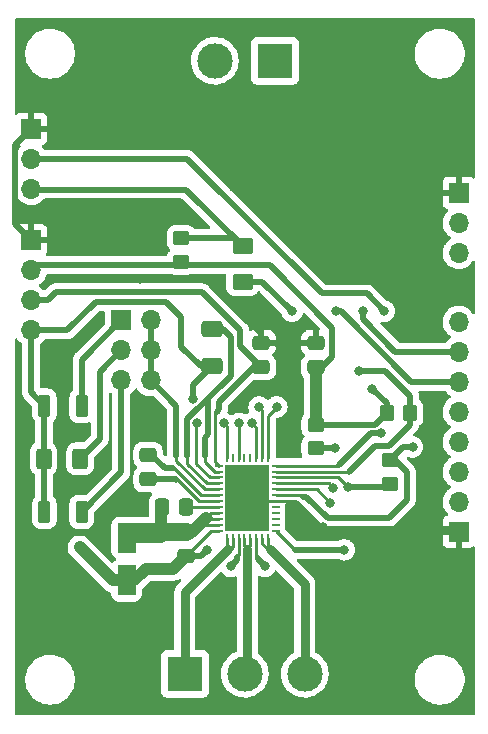
<source format=gbr>
%TF.GenerationSoftware,KiCad,Pcbnew,(6.0.4)*%
%TF.CreationDate,2024-04-18T18:30:19+02:00*%
%TF.ProjectId,focBLDCdrv,666f6342-4c44-4436-9472-762e6b696361,rev?*%
%TF.SameCoordinates,Original*%
%TF.FileFunction,Copper,L1,Top*%
%TF.FilePolarity,Positive*%
%FSLAX46Y46*%
G04 Gerber Fmt 4.6, Leading zero omitted, Abs format (unit mm)*
G04 Created by KiCad (PCBNEW (6.0.4)) date 2024-04-18 18:30:19*
%MOMM*%
%LPD*%
G01*
G04 APERTURE LIST*
G04 Aperture macros list*
%AMRoundRect*
0 Rectangle with rounded corners*
0 $1 Rounding radius*
0 $2 $3 $4 $5 $6 $7 $8 $9 X,Y pos of 4 corners*
0 Add a 4 corners polygon primitive as box body*
4,1,4,$2,$3,$4,$5,$6,$7,$8,$9,$2,$3,0*
0 Add four circle primitives for the rounded corners*
1,1,$1+$1,$2,$3*
1,1,$1+$1,$4,$5*
1,1,$1+$1,$6,$7*
1,1,$1+$1,$8,$9*
0 Add four rect primitives between the rounded corners*
20,1,$1+$1,$2,$3,$4,$5,0*
20,1,$1+$1,$4,$5,$6,$7,0*
20,1,$1+$1,$6,$7,$8,$9,0*
20,1,$1+$1,$8,$9,$2,$3,0*%
G04 Aperture macros list end*
%TA.AperFunction,SMDPad,CuDef*%
%ADD10RoundRect,0.250000X-0.475000X0.337500X-0.475000X-0.337500X0.475000X-0.337500X0.475000X0.337500X0*%
%TD*%
%TA.AperFunction,SMDPad,CuDef*%
%ADD11RoundRect,0.250000X-0.350000X-0.450000X0.350000X-0.450000X0.350000X0.450000X-0.350000X0.450000X0*%
%TD*%
%TA.AperFunction,SMDPad,CuDef*%
%ADD12RoundRect,0.250000X-0.450000X0.350000X-0.450000X-0.350000X0.450000X-0.350000X0.450000X0.350000X0*%
%TD*%
%TA.AperFunction,ComponentPad*%
%ADD13R,1.700000X1.700000*%
%TD*%
%TA.AperFunction,ComponentPad*%
%ADD14O,1.700000X1.700000*%
%TD*%
%TA.AperFunction,ComponentPad*%
%ADD15R,3.000000X3.000000*%
%TD*%
%TA.AperFunction,ComponentPad*%
%ADD16C,3.000000*%
%TD*%
%TA.AperFunction,SMDPad,CuDef*%
%ADD17RoundRect,0.250000X0.475000X-0.337500X0.475000X0.337500X-0.475000X0.337500X-0.475000X-0.337500X0*%
%TD*%
%TA.AperFunction,SMDPad,CuDef*%
%ADD18RoundRect,0.250000X0.450000X-0.350000X0.450000X0.350000X-0.450000X0.350000X-0.450000X-0.350000X0*%
%TD*%
%TA.AperFunction,SMDPad,CuDef*%
%ADD19RoundRect,0.250001X0.624999X-0.462499X0.624999X0.462499X-0.624999X0.462499X-0.624999X-0.462499X0*%
%TD*%
%TA.AperFunction,SMDPad,CuDef*%
%ADD20RoundRect,0.250000X-0.650000X0.412500X-0.650000X-0.412500X0.650000X-0.412500X0.650000X0.412500X0*%
%TD*%
%TA.AperFunction,SMDPad,CuDef*%
%ADD21RoundRect,0.062500X-0.237500X-0.062500X0.237500X-0.062500X0.237500X0.062500X-0.237500X0.062500X0*%
%TD*%
%TA.AperFunction,SMDPad,CuDef*%
%ADD22RoundRect,0.062500X0.062500X-0.237500X0.062500X0.237500X-0.062500X0.237500X-0.062500X-0.237500X0*%
%TD*%
%TA.AperFunction,SMDPad,CuDef*%
%ADD23RoundRect,0.062500X0.237500X0.062500X-0.237500X0.062500X-0.237500X-0.062500X0.237500X-0.062500X0*%
%TD*%
%TA.AperFunction,SMDPad,CuDef*%
%ADD24RoundRect,0.062500X-0.062500X0.237500X-0.062500X-0.237500X0.062500X-0.237500X0.062500X0.237500X0*%
%TD*%
%TA.AperFunction,ComponentPad*%
%ADD25C,0.400000*%
%TD*%
%TA.AperFunction,ComponentPad*%
%ADD26C,0.450000*%
%TD*%
%TA.AperFunction,HeatsinkPad*%
%ADD27R,3.700000X5.700000*%
%TD*%
%TA.AperFunction,SMDPad,CuDef*%
%ADD28RoundRect,0.250000X-0.400000X-0.625000X0.400000X-0.625000X0.400000X0.625000X-0.400000X0.625000X0*%
%TD*%
%TA.AperFunction,SMDPad,CuDef*%
%ADD29RoundRect,0.250000X-0.275000X-0.700000X0.275000X-0.700000X0.275000X0.700000X-0.275000X0.700000X0*%
%TD*%
%TA.AperFunction,SMDPad,CuDef*%
%ADD30RoundRect,0.250000X0.337500X0.475000X-0.337500X0.475000X-0.337500X-0.475000X0.337500X-0.475000X0*%
%TD*%
%TA.AperFunction,SMDPad,CuDef*%
%ADD31RoundRect,0.250000X-0.550000X1.050000X-0.550000X-1.050000X0.550000X-1.050000X0.550000X1.050000X0*%
%TD*%
%TA.AperFunction,ViaPad*%
%ADD32C,0.800000*%
%TD*%
%TA.AperFunction,Conductor*%
%ADD33C,0.250000*%
%TD*%
%TA.AperFunction,Conductor*%
%ADD34C,1.000000*%
%TD*%
%TA.AperFunction,Conductor*%
%ADD35C,1.500000*%
%TD*%
%TA.AperFunction,Conductor*%
%ADD36C,0.500000*%
%TD*%
%TA.AperFunction,Conductor*%
%ADD37C,0.750000*%
%TD*%
G04 APERTURE END LIST*
D10*
%TO.P,C2,1*%
%TO.N,VM*%
X143100000Y-110662500D03*
%TO.P,C2,2*%
%TO.N,PNGD*%
X143100000Y-112737500D03*
%TD*%
D11*
%TO.P,R4,1*%
%TO.N,AVDD*%
X160100000Y-100600000D03*
%TO.P,R4,2*%
%TO.N,SCL*%
X162100000Y-100600000D03*
%TD*%
D12*
%TO.P,R2,1*%
%TO.N,nFAULT*%
X142700000Y-85800000D03*
%TO.P,R2,2*%
%TO.N,AVDD*%
X142700000Y-87800000D03*
%TD*%
D13*
%TO.P,J5,1,Pin_1*%
%TO.N,Net-(J5-Pad1)*%
X137625000Y-92775000D03*
D14*
%TO.P,J5,2,Pin_2*%
%TO.N,Net-(J5-Pad2)*%
X140165000Y-92775000D03*
%TO.P,J5,3,Pin_3*%
%TO.N,Net-(J5-Pad3)*%
X137625000Y-95315000D03*
%TO.P,J5,4,Pin_4*%
%TO.N,Net-(J5-Pad2)*%
X140165000Y-95315000D03*
%TO.P,J5,5,Pin_5*%
%TO.N,Net-(J5-Pad5)*%
X137625000Y-97855000D03*
%TO.P,J5,6,Pin_6*%
%TO.N,Net-(J5-Pad2)*%
X140165000Y-97855000D03*
%TD*%
D15*
%TO.P,J2,1,Pin_1*%
%TO.N,Net-(J2-Pad1)*%
X143020000Y-122700000D03*
D16*
%TO.P,J2,2,Pin_2*%
%TO.N,Net-(J2-Pad2)*%
X148100000Y-122700000D03*
%TO.P,J2,3,Pin_3*%
%TO.N,Net-(J2-Pad3)*%
X153180000Y-122700000D03*
%TD*%
D15*
%TO.P,J1,1,Pin_1*%
%TO.N,VM*%
X150640000Y-70800000D03*
D16*
%TO.P,J1,2,Pin_2*%
%TO.N,PNGD*%
X145560000Y-70800000D03*
%TD*%
D17*
%TO.P,C7,1*%
%TO.N,AVDD*%
X154100000Y-96737500D03*
%TO.P,C7,2*%
%TO.N,GNDA*%
X154100000Y-94662500D03*
%TD*%
D13*
%TO.P,J6,1,Pin_1*%
%TO.N,GNDA*%
X130000000Y-76560000D03*
D14*
%TO.P,J6,2,Pin_2*%
%TO.N,FG*%
X130000000Y-79100000D03*
%TO.P,J6,3,Pin_3*%
%TO.N,nFAULT*%
X130000000Y-81640000D03*
%TD*%
D17*
%TO.P,C6,1*%
%TO.N,DVDD*%
X149500000Y-96737500D03*
%TO.P,C6,2*%
%TO.N,GNDA*%
X149500000Y-94662500D03*
%TD*%
D13*
%TO.P,J7,1,Pin_1*%
%TO.N,GNDA*%
X130000000Y-86000000D03*
D14*
%TO.P,J7,2,Pin_2*%
%TO.N,AVDD*%
X130000000Y-88540000D03*
%TO.P,J7,3,Pin_3*%
%TO.N,DVDD*%
X130000000Y-91080000D03*
%TO.P,J7,4,Pin_4*%
%TO.N,BUCK*%
X130000000Y-93620000D03*
%TD*%
D13*
%TO.P,J3,1,Pin_1*%
%TO.N,GNDA*%
X166200000Y-110675000D03*
D14*
%TO.P,J3,2,Pin_2*%
%TO.N,DRVOFF*%
X166200000Y-108135000D03*
%TO.P,J3,3,Pin_3*%
%TO.N,BRAKE*%
X166200000Y-105595000D03*
%TO.P,J3,4,Pin_4*%
%TO.N,EXT_CLK*%
X166200000Y-103055000D03*
%TO.P,J3,5,Pin_5*%
%TO.N,EXT_WD*%
X166200000Y-100515000D03*
%TO.P,J3,6,Pin_6*%
%TO.N,SOX*%
X166200000Y-97975000D03*
%TO.P,J3,7,Pin_7*%
%TO.N,DIR*%
X166200000Y-95435000D03*
%TO.P,J3,8,Pin_8*%
%TO.N,SPEED*%
X166200000Y-92895000D03*
%TD*%
D18*
%TO.P,R1,1*%
%TO.N,FG*%
X154100000Y-103600000D03*
%TO.P,R1,2*%
%TO.N,AVDD*%
X154100000Y-101600000D03*
%TD*%
D19*
%TO.P,D1,1,K*%
%TO.N,Net-(D1-Pad1)*%
X147900000Y-89487500D03*
%TO.P,D1,2,A*%
%TO.N,nFAULT*%
X147900000Y-86512500D03*
%TD*%
D20*
%TO.P,C5,1*%
%TO.N,DGND*%
X145300000Y-93537500D03*
%TO.P,C5,2*%
%TO.N,BUCK*%
X145300000Y-96662500D03*
%TD*%
D13*
%TO.P,J4,1,Pin_1*%
%TO.N,GNDA*%
X166200000Y-81975000D03*
D14*
%TO.P,J4,2,Pin_2*%
%TO.N,SDA*%
X166200000Y-84515000D03*
%TO.P,J4,3,Pin_3*%
%TO.N,SCL*%
X166200000Y-87055000D03*
%TD*%
D21*
%TO.P,U1,1,DVDD*%
%TO.N,DVDD*%
X145890000Y-105080000D03*
%TO.P,U1,2,DGND*%
%TO.N,DGND*%
X145890000Y-105580000D03*
%TO.P,U1,3,FB_BK*%
%TO.N,BUCK*%
X145890000Y-106080000D03*
%TO.P,U1,4,GND_BK*%
%TO.N,DGND*%
X145890000Y-106580000D03*
%TO.P,U1,5,SW_BK*%
%TO.N,Net-(J5-Pad2)*%
X145890000Y-107080000D03*
%TO.P,U1,6,CPL*%
%TO.N,Net-(C4-Pad2)*%
X145890000Y-107580000D03*
%TO.P,U1,7,CPH*%
%TO.N,Net-(C4-Pad1)*%
X145890000Y-108080000D03*
%TO.P,U1,8,CP*%
%TO.N,Net-(C3-Pad1)*%
X145890000Y-108580000D03*
%TO.P,U1,9,VM*%
%TO.N,VM*%
X145890000Y-109080000D03*
%TO.P,U1,10,VM*%
X145890000Y-109580000D03*
%TO.P,U1,11,VM*%
X145890000Y-110080000D03*
%TO.P,U1,12,PGND*%
%TO.N,PNGD*%
X145890000Y-110580000D03*
D22*
%TO.P,U1,13,OUT_A*%
%TO.N,Net-(J2-Pad1)*%
X146560000Y-111230000D03*
%TO.P,U1,14,OUT_A*%
X147060000Y-111230000D03*
%TO.P,U1,15,PNGD*%
%TO.N,PNGD*%
X147560000Y-111230000D03*
%TO.P,U1,16,OUT_B*%
%TO.N,Net-(J2-Pad2)*%
X148060000Y-111230000D03*
%TO.P,U1,17,OUT_B*%
X148560000Y-111230000D03*
%TO.P,U1,18,PNGD*%
%TO.N,PNGD*%
X149060000Y-111230000D03*
%TO.P,U1,19,OUT_C*%
%TO.N,Net-(J2-Pad3)*%
X149560000Y-111230000D03*
%TO.P,U1,20,OUT_C*%
X150060000Y-111230000D03*
D23*
%TO.P,U1,21,DRVOFF*%
%TO.N,DRVOFF*%
X150710000Y-110580000D03*
%TO.P,U1,22,NC*%
%TO.N,unconnected-(U1-Pad22)*%
X150710000Y-110080000D03*
%TO.P,U1,23,NC*%
%TO.N,unconnected-(U1-Pad23)*%
X150710000Y-109580000D03*
%TO.P,U1,24,NC*%
%TO.N,unconnected-(U1-Pad24)*%
X150710000Y-109080000D03*
%TO.P,U1,25,NC*%
%TO.N,unconnected-(U1-Pad25)*%
X150710000Y-108580000D03*
%TO.P,U1,26,AGND*%
%TO.N,GNDA*%
X150710000Y-108080000D03*
%TO.P,U1,27,AVDD*%
%TO.N,AVDD*%
X150710000Y-107580000D03*
%TO.P,U1,28,SPEED/WAKE*%
%TO.N,SPEED*%
X150710000Y-107080000D03*
%TO.P,U1,29,FG*%
%TO.N,FG*%
X150710000Y-106580000D03*
%TO.P,U1,30,SDA*%
%TO.N,SDA*%
X150710000Y-106080000D03*
%TO.P,U1,31,SCL*%
%TO.N,SCL*%
X150710000Y-105580000D03*
%TO.P,U1,32,EXT_WD*%
%TO.N,EXT_WD*%
X150710000Y-105080000D03*
D24*
%TO.P,U1,33,EXT_CLK*%
%TO.N,EXT_CLK*%
X150060000Y-104430000D03*
%TO.P,U1,34,DIR*%
%TO.N,DIR*%
X149560000Y-104430000D03*
%TO.P,U1,35,BRAKE*%
%TO.N,BRAKE*%
X149060000Y-104430000D03*
%TO.P,U1,36,NC*%
%TO.N,unconnected-(U1-Pad36)*%
X148560000Y-104430000D03*
%TO.P,U1,37,NC*%
%TO.N,unconnected-(U1-Pad37)*%
X148060000Y-104430000D03*
%TO.P,U1,38,SOX*%
%TO.N,SOX*%
X147560000Y-104430000D03*
%TO.P,U1,39,NC*%
%TO.N,unconnected-(U1-Pad39)*%
X147060000Y-104430000D03*
%TO.P,U1,40,nFAULT*%
%TO.N,Net-(D1-Pad1)*%
X146560000Y-104430000D03*
D25*
%TO.P,U1,41*%
%TO.N,GNDA*%
X148925000Y-110400000D03*
X146700000Y-106450000D03*
X148925000Y-107800000D03*
D26*
X149900000Y-106450000D03*
D25*
X148925000Y-109150000D03*
D26*
X147675000Y-105200000D03*
D25*
X147650000Y-109150000D03*
X147675000Y-106450000D03*
X146700000Y-107800000D03*
D27*
X148300000Y-107800000D03*
D25*
X147675000Y-110400000D03*
X148925000Y-106450000D03*
X147675000Y-107800000D03*
X149900000Y-107800000D03*
X146700000Y-109150000D03*
D26*
X148925000Y-105200000D03*
D25*
X149900000Y-109150000D03*
%TD*%
D28*
%TO.P,R3,1*%
%TO.N,BUCK*%
X131050000Y-104500000D03*
%TO.P,R3,2*%
%TO.N,Net-(J5-Pad3)*%
X134150000Y-104500000D03*
%TD*%
D29*
%TO.P,L2,1,1*%
%TO.N,BUCK*%
X131125000Y-109000000D03*
%TO.P,L2,2,2*%
%TO.N,Net-(J5-Pad5)*%
X134275000Y-109000000D03*
%TD*%
D17*
%TO.P,C4,1*%
%TO.N,Net-(C4-Pad1)*%
X139900000Y-106237500D03*
%TO.P,C4,2*%
%TO.N,Net-(C4-Pad2)*%
X139900000Y-104162500D03*
%TD*%
D12*
%TO.P,R5,1*%
%TO.N,AVDD*%
X160400000Y-104600000D03*
%TO.P,R5,2*%
%TO.N,SDA*%
X160400000Y-106600000D03*
%TD*%
D29*
%TO.P,L1,1,1*%
%TO.N,BUCK*%
X131125000Y-100000000D03*
%TO.P,L1,2,2*%
%TO.N,Net-(J5-Pad1)*%
X134275000Y-100000000D03*
%TD*%
D30*
%TO.P,C3,1*%
%TO.N,Net-(C3-Pad1)*%
X143137500Y-108600000D03*
%TO.P,C3,2*%
%TO.N,VM*%
X141062500Y-108600000D03*
%TD*%
D31*
%TO.P,C1,1*%
%TO.N,VM*%
X138100000Y-111200000D03*
%TO.P,C1,2*%
%TO.N,PNGD*%
X138100000Y-114800000D03*
%TD*%
D32*
%TO.N,VM*%
X141000000Y-111100000D03*
%TO.N,PNGD*%
X146900000Y-113600000D03*
X134100000Y-112000000D03*
X144900000Y-112200000D03*
X149800000Y-113600000D03*
%TO.N,BUCK*%
X144049500Y-101500688D03*
X143699312Y-99399312D03*
%TO.N,Net-(D1-Pad1)*%
X146300000Y-101500000D03*
X152100000Y-92000000D03*
%TO.N,SOX*%
X155800000Y-92000000D03*
X147600000Y-101500000D03*
%TO.N,DIR*%
X149300000Y-100100000D03*
X158100000Y-92000000D03*
%TO.N,DRVOFF*%
X156500000Y-112200000D03*
%TO.N,EXT_CLK*%
X150800000Y-100100000D03*
%TO.N,EXT_WD*%
X159600000Y-102300000D03*
%TO.N,BRAKE*%
X148700000Y-101500000D03*
%TO.N,FG*%
X159900000Y-92000000D03*
X155600000Y-107000000D03*
X155700000Y-103600000D03*
%TO.N,AVDD*%
X158900000Y-98600000D03*
X162300000Y-103500000D03*
%TO.N,SCL*%
X157800000Y-97100000D03*
%TO.N,SDA*%
X156800000Y-106900000D03*
%TO.N,SPEED*%
X155300000Y-108200000D03*
%TO.N,GNDA*%
X154700000Y-110300000D03*
X139200000Y-86800000D03*
X139200000Y-89300000D03*
X152300000Y-93400000D03*
X152200000Y-100100000D03*
%TD*%
D33*
%TO.N,VM*%
X144520000Y-110080000D02*
X145890000Y-110080000D01*
D34*
X141000000Y-108600000D02*
X141000000Y-111100000D01*
D33*
X145890000Y-109580000D02*
X145020000Y-109580000D01*
D34*
X143100000Y-110662500D02*
X143637500Y-110662500D01*
X138500000Y-111100000D02*
X141000000Y-111100000D01*
D35*
X138200000Y-110800000D02*
X138200000Y-111200000D01*
D33*
X144850000Y-109750000D02*
X145200000Y-109400000D01*
D35*
X138200000Y-110800000D02*
X138337500Y-110662500D01*
D33*
X144800000Y-109500000D02*
X144800000Y-109800000D01*
X145220000Y-109080000D02*
X144800000Y-109500000D01*
D34*
X143637500Y-110662500D02*
X144800000Y-109500000D01*
D33*
X145890000Y-109080000D02*
X145220000Y-109080000D01*
X144800000Y-109800000D02*
X144520000Y-110080000D01*
X141000000Y-111100000D02*
X141062500Y-111037500D01*
X144850000Y-109750000D02*
X144520000Y-110080000D01*
X145020000Y-109580000D02*
X144850000Y-109750000D01*
D35*
X138337500Y-110662500D02*
X143100000Y-110662500D01*
D33*
X145200000Y-109400000D02*
X145020000Y-109580000D01*
%TO.N,PNGD*%
X145257500Y-110580000D02*
X145890000Y-110580000D01*
X149060000Y-112720000D02*
X149060000Y-111230000D01*
D34*
X136900000Y-114800000D02*
X138100000Y-114800000D01*
D36*
X146900000Y-113600000D02*
X147400000Y-113100000D01*
D34*
X138700000Y-114800000D02*
X139700000Y-113800000D01*
X142037500Y-113800000D02*
X143100000Y-112737500D01*
D36*
X147400000Y-113100000D02*
X147400000Y-112800000D01*
X144900000Y-112200000D02*
X144362500Y-112737500D01*
D33*
X149200000Y-112860000D02*
X149060000Y-112720000D01*
D36*
X149200000Y-113000000D02*
X149200000Y-112860000D01*
D33*
X147560000Y-112640000D02*
X147560000Y-111230000D01*
X143100000Y-112737500D02*
X145257500Y-110580000D01*
D36*
X149800000Y-113600000D02*
X149200000Y-113000000D01*
D33*
X147400000Y-112800000D02*
X147560000Y-112640000D01*
D36*
X144362500Y-112737500D02*
X143100000Y-112737500D01*
D34*
X139700000Y-113800000D02*
X142037500Y-113800000D01*
X134100000Y-112000000D02*
X136900000Y-114800000D01*
D33*
X138100000Y-114800000D02*
X138700000Y-114800000D01*
%TO.N,Net-(C3-Pad1)*%
X143157500Y-108580000D02*
X145890000Y-108580000D01*
X143137500Y-108600000D02*
X143157500Y-108580000D01*
D36*
%TO.N,Net-(C4-Pad1)*%
X142237500Y-106237500D02*
X139900000Y-106237500D01*
X142300000Y-106300000D02*
X142237500Y-106237500D01*
D33*
X142462493Y-106300000D02*
X144242493Y-108080000D01*
X142300000Y-106300000D02*
X142462493Y-106300000D01*
X144242493Y-108080000D02*
X145890000Y-108080000D01*
%TO.N,Net-(C4-Pad2)*%
X144415718Y-107580000D02*
X145890000Y-107580000D01*
D36*
X141300000Y-105300000D02*
X140162500Y-104162500D01*
D33*
X142135718Y-105300000D02*
X144415718Y-107580000D01*
X142000000Y-105300000D02*
X142135718Y-105300000D01*
D36*
X142000000Y-105300000D02*
X141300000Y-105300000D01*
D33*
X140162500Y-104162500D02*
X139900000Y-104162500D01*
D36*
%TO.N,BUCK*%
X143699312Y-99399312D02*
X143699312Y-98263188D01*
X130000000Y-98875000D02*
X130000000Y-93620000D01*
D33*
X145180000Y-106080000D02*
X145890000Y-106080000D01*
X144049500Y-101500688D02*
X144000000Y-101550188D01*
D36*
X141400000Y-91200000D02*
X142700000Y-92500000D01*
D33*
X131125000Y-104425000D02*
X131050000Y-104500000D01*
D36*
X131125000Y-109000000D02*
X131125000Y-104575000D01*
X144362500Y-96662500D02*
X145300000Y-96662500D01*
X131125000Y-100000000D02*
X130000000Y-98875000D01*
X142700000Y-92500000D02*
X142700000Y-95000000D01*
D33*
X144000000Y-101550188D02*
X144000000Y-104900000D01*
D36*
X135500000Y-91200000D02*
X141400000Y-91200000D01*
X142700000Y-95000000D02*
X144362500Y-96662500D01*
X130000000Y-93620000D02*
X133080000Y-93620000D01*
D33*
X131125000Y-104575000D02*
X131050000Y-104500000D01*
X144000000Y-104900000D02*
X145180000Y-106080000D01*
D36*
X133080000Y-93620000D02*
X135500000Y-91200000D01*
X143699312Y-98263188D02*
X145300000Y-96662500D01*
X131125000Y-100000000D02*
X131125000Y-104425000D01*
%TO.N,DVDD*%
X145900000Y-100300000D02*
X145900000Y-99700000D01*
X144500000Y-90400000D02*
X147700000Y-93600000D01*
X130000000Y-91080000D02*
X131420000Y-91080000D01*
X145700000Y-100500000D02*
X145900000Y-100300000D01*
X131420000Y-91080000D02*
X132100000Y-90400000D01*
D33*
X145575489Y-100624511D02*
X145575489Y-104765489D01*
D36*
X145900000Y-99700000D02*
X148862500Y-96737500D01*
D33*
X149500000Y-96737500D02*
X148862500Y-96737500D01*
X145575489Y-104765489D02*
X145890000Y-105080000D01*
X145700000Y-100500000D02*
X145575489Y-100624511D01*
D36*
X147700000Y-94937500D02*
X149500000Y-96737500D01*
X132100000Y-90400000D02*
X144500000Y-90400000D01*
X147700000Y-93600000D02*
X147700000Y-94937500D01*
%TO.N,Net-(D1-Pad1)*%
X147900000Y-89487500D02*
X149587500Y-89487500D01*
X149587500Y-89487500D02*
X152100000Y-92000000D01*
D33*
X146300000Y-101500000D02*
X146560000Y-101760000D01*
X146560000Y-101760000D02*
X146560000Y-104430000D01*
D36*
%TO.N,Net-(J5-Pad3)*%
X135800000Y-102850000D02*
X135800000Y-97140000D01*
X135800000Y-97140000D02*
X137625000Y-95315000D01*
X134150000Y-104500000D02*
X135800000Y-102850000D01*
D33*
%TO.N,Net-(J2-Pad1)*%
X145600000Y-113400000D02*
X145549022Y-113400000D01*
X147060000Y-111230000D02*
X147060000Y-111940000D01*
X146700000Y-112100000D02*
X145624511Y-113175489D01*
D37*
X143020000Y-115780000D02*
X143020000Y-122700000D01*
D33*
X145549022Y-113400000D02*
X145324511Y-113175489D01*
X145624511Y-113175489D02*
X145324511Y-113175489D01*
X146560000Y-111230000D02*
X146560000Y-111940000D01*
X146560000Y-111940000D02*
X145324511Y-113175489D01*
X147060000Y-111940000D02*
X145600000Y-113400000D01*
D37*
X146700000Y-112100000D02*
X143020000Y-115780000D01*
D33*
%TO.N,Net-(J2-Pad2)*%
X148560000Y-111840000D02*
X148560000Y-111230000D01*
D37*
X148300000Y-112100000D02*
X148300000Y-122500000D01*
D33*
X148300000Y-112100000D02*
X148560000Y-111840000D01*
X148060000Y-111860000D02*
X148060000Y-111230000D01*
X148300000Y-112100000D02*
X148060000Y-111860000D01*
D37*
%TO.N,Net-(J2-Pad3)*%
X150200000Y-112100000D02*
X153180000Y-115080000D01*
X153180000Y-115080000D02*
X153180000Y-122700000D01*
D33*
X150060000Y-112040000D02*
X150000000Y-112100000D01*
X150060000Y-111230000D02*
X150060000Y-112040000D01*
X150000000Y-112100000D02*
X150200000Y-112100000D01*
X149560000Y-111660000D02*
X150000000Y-112100000D01*
X149560000Y-111230000D02*
X149560000Y-111660000D01*
D36*
%TO.N,SOX*%
X162175000Y-97975000D02*
X166200000Y-97975000D01*
D33*
X147610480Y-101510480D02*
X147610480Y-104500000D01*
D36*
X156200000Y-92000000D02*
X162175000Y-97975000D01*
X155800000Y-92000000D02*
X156200000Y-92000000D01*
D33*
X147600000Y-101500000D02*
X147610480Y-101510480D01*
%TO.N,DIR*%
X149560000Y-100360000D02*
X149560000Y-104430000D01*
X149300000Y-100100000D02*
X149560000Y-100360000D01*
D36*
X158100000Y-92700000D02*
X160835000Y-95435000D01*
X160835000Y-95435000D02*
X166200000Y-95435000D01*
X158100000Y-92000000D02*
X158100000Y-92700000D01*
%TO.N,DRVOFF*%
X152330000Y-112200000D02*
X156500000Y-112200000D01*
D33*
X150710000Y-110580000D02*
X152330000Y-112200000D01*
%TO.N,EXT_CLK*%
X150060000Y-104430000D02*
X150060000Y-100840000D01*
X150060000Y-100840000D02*
X150800000Y-100100000D01*
%TO.N,EXT_WD*%
X156020000Y-105080000D02*
X150710000Y-105080000D01*
D36*
X158800000Y-102300000D02*
X159600000Y-102300000D01*
X156100000Y-105000000D02*
X158800000Y-102300000D01*
D33*
%TO.N,BRAKE*%
X149060000Y-101860000D02*
X149060000Y-104430000D01*
X148700000Y-101500000D02*
X149060000Y-101860000D01*
D36*
%TO.N,nFAULT*%
X130000000Y-81640000D02*
X130060000Y-81700000D01*
X130060000Y-81700000D02*
X143087500Y-81700000D01*
X147900000Y-86512500D02*
X147187500Y-85800000D01*
X143087500Y-81700000D02*
X147900000Y-86512500D01*
X147187500Y-85800000D02*
X142700000Y-85800000D01*
%TO.N,FG*%
X143200000Y-79100000D02*
X154600000Y-90500000D01*
X154600000Y-90500000D02*
X158400000Y-90500000D01*
X130000000Y-79100000D02*
X143200000Y-79100000D01*
X158400000Y-90500000D02*
X159900000Y-92000000D01*
D33*
X155180000Y-106580000D02*
X150710000Y-106580000D01*
X155600000Y-107000000D02*
X155180000Y-106580000D01*
D36*
X154100000Y-103600000D02*
X155700000Y-103600000D01*
%TO.N,Net-(J5-Pad1)*%
X134275000Y-96125000D02*
X137625000Y-92775000D01*
X134275000Y-100000000D02*
X134275000Y-96125000D01*
%TO.N,AVDD*%
X161500000Y-103500000D02*
X160400000Y-104600000D01*
X161800000Y-108000000D02*
X161800000Y-105600000D01*
X153301391Y-107700000D02*
X155101391Y-109500000D01*
X160300000Y-109500000D02*
X161800000Y-108000000D01*
X142800000Y-88100000D02*
X150200000Y-88100000D01*
X143300000Y-88100000D02*
X130440000Y-88100000D01*
X155500000Y-93400000D02*
X155500000Y-95900000D01*
X161800000Y-105600000D02*
X160800000Y-104600000D01*
X162300000Y-103500000D02*
X161500000Y-103500000D01*
D33*
X150710000Y-107580000D02*
X152880000Y-107580000D01*
D36*
X153000000Y-107700000D02*
X153301391Y-107700000D01*
X150200000Y-88100000D02*
X155500000Y-93400000D01*
X155101391Y-109500000D02*
X160300000Y-109500000D01*
X130440000Y-88100000D02*
X130000000Y-88540000D01*
X154100000Y-101600000D02*
X159100000Y-101600000D01*
X159100000Y-101600000D02*
X160100000Y-100600000D01*
D34*
X154100000Y-96737500D02*
X154100000Y-101600000D01*
D36*
X155500000Y-95900000D02*
X154662500Y-96737500D01*
X160100000Y-100600000D02*
X160100000Y-99800000D01*
D33*
X143300000Y-88100000D02*
X142800000Y-88100000D01*
D36*
X160800000Y-104600000D02*
X160400000Y-104600000D01*
D33*
X154662500Y-96737500D02*
X154100000Y-96737500D01*
D36*
X160100000Y-99800000D02*
X158900000Y-98600000D01*
D33*
X152880000Y-107580000D02*
X153000000Y-107700000D01*
D36*
%TO.N,SCL*%
X162100000Y-101600000D02*
X162100000Y-100600000D01*
D33*
X150710000Y-105580000D02*
X156920000Y-105580000D01*
D36*
X162100000Y-99200000D02*
X162100000Y-100600000D01*
X156920000Y-105580000D02*
X159100000Y-103400000D01*
X160000000Y-97100000D02*
X162100000Y-99200000D01*
X159100000Y-103400000D02*
X160300000Y-103400000D01*
X157800000Y-97100000D02*
X160000000Y-97100000D01*
X160300000Y-103400000D02*
X162100000Y-101600000D01*
D33*
%TO.N,SDA*%
X160100000Y-106900000D02*
X160400000Y-106600000D01*
X156800000Y-106900000D02*
X155980000Y-106080000D01*
D36*
X156800000Y-106900000D02*
X160100000Y-106900000D01*
D33*
X155980000Y-106080000D02*
X150710000Y-106080000D01*
%TO.N,SPEED*%
X154180000Y-107080000D02*
X150710000Y-107080000D01*
X155300000Y-108200000D02*
X154180000Y-107080000D01*
D36*
%TO.N,Net-(J5-Pad5)*%
X137625000Y-105650000D02*
X137625000Y-97855000D01*
X134275000Y-109000000D02*
X137625000Y-105650000D01*
D33*
%TO.N,Net-(J5-Pad2)*%
X145890000Y-107080000D02*
X144680000Y-107080000D01*
D36*
X142300000Y-99990000D02*
X140165000Y-97855000D01*
X140165000Y-92775000D02*
X140165000Y-95315000D01*
X142300000Y-104264282D02*
X142300000Y-99990000D01*
X140165000Y-95315000D02*
X140165000Y-97855000D01*
D33*
X144680000Y-107080000D02*
X142300000Y-104700000D01*
X142300000Y-104700000D02*
X142300000Y-104264282D01*
%TO.N,GNDA*%
X148300000Y-107916772D02*
X148300000Y-107800000D01*
D36*
X154800000Y-110400000D02*
X165925000Y-110400000D01*
D33*
X149142261Y-108324511D02*
X148707739Y-108324511D01*
D36*
X154100000Y-94662500D02*
X150937500Y-94662500D01*
X130000000Y-86000000D02*
X138400000Y-86000000D01*
X139200000Y-89300000D02*
X144935718Y-89300000D01*
D33*
X151037500Y-94662500D02*
X150937500Y-94662500D01*
D36*
X152200000Y-100100000D02*
X152200000Y-96100000D01*
D33*
X154700000Y-110300000D02*
X154500000Y-110300000D01*
X150710000Y-108080000D02*
X149386772Y-108080000D01*
X152400000Y-108200000D02*
X152280000Y-108080000D01*
D36*
X152200000Y-96100000D02*
X150762500Y-94662500D01*
D33*
X154700000Y-110300000D02*
X154800000Y-110400000D01*
D36*
X130000000Y-76560000D02*
X128600000Y-77960000D01*
X144935718Y-89300000D02*
X149500000Y-93864282D01*
X149500000Y-93864282D02*
X149500000Y-94662500D01*
D33*
X165925000Y-110400000D02*
X166200000Y-110675000D01*
D36*
X128600000Y-84600000D02*
X130000000Y-86000000D01*
X150762500Y-94662500D02*
X149500000Y-94662500D01*
D33*
X148707739Y-108324511D02*
X148300000Y-107916772D01*
X149386772Y-108080000D02*
X149142261Y-108324511D01*
D36*
X138400000Y-86000000D02*
X139200000Y-86800000D01*
X128600000Y-77960000D02*
X128600000Y-84600000D01*
X152300000Y-93400000D02*
X151037500Y-94662500D01*
X150937500Y-94662500D02*
X149500000Y-94662500D01*
D33*
X152280000Y-108080000D02*
X150710000Y-108080000D01*
D36*
X154500000Y-110300000D02*
X152400000Y-108200000D01*
D33*
%TO.N,DGND*%
X143200000Y-104900000D02*
X144880000Y-106580000D01*
D36*
X145000000Y-102400000D02*
X145000000Y-99400000D01*
D33*
X143200000Y-104300000D02*
X143200000Y-104900000D01*
X146237500Y-93537500D02*
X145300000Y-93537500D01*
D36*
X144700000Y-102700000D02*
X145000000Y-102400000D01*
X146900000Y-97448797D02*
X146900000Y-94200000D01*
X144700000Y-104300000D02*
X144700000Y-102700000D01*
X146900000Y-94200000D02*
X146237500Y-93537500D01*
X143200000Y-101148797D02*
X146900000Y-97448797D01*
D33*
X144700000Y-104737328D02*
X145542672Y-105580000D01*
X144880000Y-106580000D02*
X145890000Y-106580000D01*
D36*
X143200000Y-104300000D02*
X143200000Y-101148797D01*
D33*
X144700000Y-104300000D02*
X144700000Y-104737328D01*
X145542672Y-105580000D02*
X145890000Y-105580000D01*
%TD*%
%TA.AperFunction,Conductor*%
%TO.N,GNDA*%
G36*
X136208621Y-91978502D02*
G01*
X136255114Y-92032158D01*
X136266500Y-92084500D01*
X136266500Y-93008629D01*
X136246498Y-93076750D01*
X136229595Y-93097724D01*
X133786089Y-95541230D01*
X133771677Y-95553616D01*
X133760082Y-95562149D01*
X133760077Y-95562154D01*
X133754182Y-95566492D01*
X133749443Y-95572070D01*
X133749440Y-95572073D01*
X133719965Y-95606768D01*
X133713035Y-95614284D01*
X133707340Y-95619979D01*
X133705060Y-95622861D01*
X133689719Y-95642251D01*
X133686928Y-95645655D01*
X133666480Y-95669724D01*
X133639667Y-95701285D01*
X133636339Y-95707801D01*
X133632972Y-95712850D01*
X133629805Y-95717979D01*
X133625266Y-95723716D01*
X133594345Y-95789875D01*
X133592442Y-95793769D01*
X133559231Y-95858808D01*
X133557492Y-95865916D01*
X133555393Y-95871559D01*
X133553476Y-95877322D01*
X133550378Y-95883950D01*
X133548888Y-95891112D01*
X133548888Y-95891113D01*
X133535514Y-95955412D01*
X133534544Y-95959696D01*
X133517192Y-96030610D01*
X133516500Y-96041764D01*
X133516464Y-96041762D01*
X133516225Y-96045755D01*
X133515851Y-96049947D01*
X133514360Y-96057115D01*
X133514872Y-96076054D01*
X133516454Y-96134521D01*
X133516500Y-96137928D01*
X133516500Y-98658563D01*
X133496498Y-98726684D01*
X133479673Y-98747581D01*
X133437400Y-98789928D01*
X133400695Y-98826697D01*
X133396855Y-98832927D01*
X133396854Y-98832928D01*
X133313393Y-98968327D01*
X133307885Y-98977262D01*
X133293035Y-99022033D01*
X133258785Y-99125296D01*
X133252203Y-99145139D01*
X133241500Y-99249600D01*
X133241500Y-100750400D01*
X133241837Y-100753646D01*
X133241837Y-100753650D01*
X133250654Y-100838621D01*
X133252474Y-100856166D01*
X133254655Y-100862702D01*
X133254655Y-100862704D01*
X133298728Y-100994806D01*
X133308450Y-101023946D01*
X133401522Y-101174348D01*
X133526697Y-101299305D01*
X133532927Y-101303145D01*
X133532928Y-101303146D01*
X133655934Y-101378968D01*
X133677262Y-101392115D01*
X133707478Y-101402137D01*
X133838611Y-101445632D01*
X133838613Y-101445632D01*
X133845139Y-101447797D01*
X133851975Y-101448497D01*
X133851978Y-101448498D01*
X133895031Y-101452909D01*
X133949600Y-101458500D01*
X134600400Y-101458500D01*
X134603646Y-101458163D01*
X134603650Y-101458163D01*
X134699308Y-101448238D01*
X134699312Y-101448237D01*
X134706166Y-101447526D01*
X134712702Y-101445345D01*
X134712704Y-101445345D01*
X134873946Y-101391550D01*
X134874837Y-101394221D01*
X134932226Y-101385403D01*
X134997088Y-101414271D01*
X135036047Y-101473623D01*
X135041500Y-101510288D01*
X135041500Y-102483629D01*
X135021498Y-102551750D01*
X135004595Y-102572724D01*
X134497724Y-103079595D01*
X134435412Y-103113621D01*
X134408629Y-103116500D01*
X133699600Y-103116500D01*
X133696354Y-103116837D01*
X133696350Y-103116837D01*
X133600692Y-103126762D01*
X133600688Y-103126763D01*
X133593834Y-103127474D01*
X133587298Y-103129655D01*
X133587296Y-103129655D01*
X133507312Y-103156340D01*
X133426054Y-103183450D01*
X133275652Y-103276522D01*
X133150695Y-103401697D01*
X133146855Y-103407927D01*
X133146854Y-103407928D01*
X133088706Y-103502262D01*
X133057885Y-103552262D01*
X133055581Y-103559209D01*
X133021389Y-103662296D01*
X133002203Y-103720139D01*
X132991500Y-103824600D01*
X132991500Y-105175400D01*
X132991837Y-105178646D01*
X132991837Y-105178650D01*
X133001725Y-105273946D01*
X133002474Y-105281166D01*
X133004655Y-105287702D01*
X133004655Y-105287704D01*
X133005942Y-105291561D01*
X133058450Y-105448946D01*
X133151522Y-105599348D01*
X133276697Y-105724305D01*
X133282927Y-105728145D01*
X133282928Y-105728146D01*
X133420090Y-105812694D01*
X133427262Y-105817115D01*
X133476366Y-105833402D01*
X133588611Y-105870632D01*
X133588613Y-105870632D01*
X133595139Y-105872797D01*
X133601975Y-105873497D01*
X133601978Y-105873498D01*
X133645031Y-105877909D01*
X133699600Y-105883500D01*
X134600400Y-105883500D01*
X134603646Y-105883163D01*
X134603650Y-105883163D01*
X134699308Y-105873238D01*
X134699312Y-105873237D01*
X134706166Y-105872526D01*
X134712702Y-105870345D01*
X134712704Y-105870345D01*
X134864840Y-105819588D01*
X134873946Y-105816550D01*
X135024348Y-105723478D01*
X135149305Y-105598303D01*
X135164297Y-105573982D01*
X135238275Y-105453968D01*
X135238276Y-105453966D01*
X135242115Y-105447738D01*
X135288894Y-105306704D01*
X135295632Y-105286389D01*
X135295632Y-105286387D01*
X135297797Y-105279861D01*
X135298742Y-105270645D01*
X135305172Y-105207881D01*
X135308500Y-105175400D01*
X135308500Y-104466371D01*
X135328502Y-104398250D01*
X135345405Y-104377276D01*
X136288911Y-103433770D01*
X136303323Y-103421384D01*
X136314918Y-103412851D01*
X136314923Y-103412846D01*
X136320818Y-103408508D01*
X136325557Y-103402930D01*
X136325560Y-103402927D01*
X136355035Y-103368232D01*
X136361965Y-103360716D01*
X136367660Y-103355021D01*
X136385281Y-103332749D01*
X136388072Y-103329345D01*
X136430591Y-103279297D01*
X136430592Y-103279295D01*
X136435333Y-103273715D01*
X136438661Y-103267199D01*
X136442028Y-103262150D01*
X136445195Y-103257021D01*
X136449734Y-103251284D01*
X136480655Y-103185125D01*
X136482561Y-103181225D01*
X136515769Y-103116192D01*
X136517508Y-103109084D01*
X136519607Y-103103441D01*
X136521524Y-103097678D01*
X136524622Y-103091050D01*
X136539487Y-103019583D01*
X136540457Y-103015299D01*
X136551841Y-102968774D01*
X136557808Y-102944390D01*
X136558500Y-102933236D01*
X136558536Y-102933238D01*
X136558775Y-102929245D01*
X136559149Y-102925053D01*
X136560640Y-102917885D01*
X136558546Y-102840479D01*
X136558500Y-102837072D01*
X136558500Y-99003702D01*
X136578502Y-98935581D01*
X136632158Y-98889088D01*
X136702432Y-98878984D01*
X136764985Y-98906758D01*
X136818933Y-98951546D01*
X136820985Y-98953250D01*
X136860620Y-99012152D01*
X136866500Y-99050194D01*
X136866500Y-105283629D01*
X136846498Y-105351750D01*
X136829595Y-105372724D01*
X134697324Y-107504995D01*
X134635012Y-107539021D01*
X134602302Y-107541695D01*
X134600400Y-107541500D01*
X133949600Y-107541500D01*
X133946354Y-107541837D01*
X133946350Y-107541837D01*
X133850692Y-107551762D01*
X133850688Y-107551763D01*
X133843834Y-107552474D01*
X133837298Y-107554655D01*
X133837296Y-107554655D01*
X133705194Y-107598728D01*
X133676054Y-107608450D01*
X133525652Y-107701522D01*
X133400695Y-107826697D01*
X133396855Y-107832927D01*
X133396854Y-107832928D01*
X133312276Y-107970139D01*
X133307885Y-107977262D01*
X133294826Y-108016635D01*
X133267706Y-108098400D01*
X133252203Y-108145139D01*
X133241500Y-108249600D01*
X133241500Y-109750400D01*
X133241837Y-109753646D01*
X133241837Y-109753650D01*
X133250196Y-109834209D01*
X133252474Y-109856166D01*
X133254655Y-109862702D01*
X133254655Y-109862704D01*
X133259301Y-109876629D01*
X133308450Y-110023946D01*
X133401522Y-110174348D01*
X133526697Y-110299305D01*
X133532927Y-110303145D01*
X133532928Y-110303146D01*
X133670090Y-110387694D01*
X133677262Y-110392115D01*
X133685520Y-110394854D01*
X133838611Y-110445632D01*
X133838613Y-110445632D01*
X133845139Y-110447797D01*
X133851975Y-110448497D01*
X133851978Y-110448498D01*
X133895031Y-110452909D01*
X133949600Y-110458500D01*
X134600400Y-110458500D01*
X134603646Y-110458163D01*
X134603650Y-110458163D01*
X134699308Y-110448238D01*
X134699312Y-110448237D01*
X134706166Y-110447526D01*
X134712702Y-110445345D01*
X134712704Y-110445345D01*
X134850204Y-110399471D01*
X134873946Y-110391550D01*
X135024348Y-110298478D01*
X135149305Y-110173303D01*
X135153146Y-110167072D01*
X135238275Y-110028968D01*
X135238276Y-110028966D01*
X135242115Y-110022738D01*
X135290577Y-109876629D01*
X135295632Y-109861389D01*
X135295632Y-109861387D01*
X135297797Y-109854861D01*
X135308500Y-109750400D01*
X135308500Y-109091371D01*
X135328502Y-109023250D01*
X135345405Y-109002276D01*
X138113911Y-106233770D01*
X138128323Y-106221384D01*
X138139918Y-106212851D01*
X138139923Y-106212846D01*
X138145818Y-106208508D01*
X138150557Y-106202930D01*
X138150560Y-106202927D01*
X138180035Y-106168232D01*
X138186965Y-106160716D01*
X138192660Y-106155021D01*
X138203357Y-106141500D01*
X138210281Y-106132749D01*
X138213072Y-106129345D01*
X138255591Y-106079297D01*
X138255592Y-106079295D01*
X138260333Y-106073715D01*
X138263661Y-106067199D01*
X138267028Y-106062150D01*
X138270195Y-106057021D01*
X138274734Y-106051284D01*
X138305655Y-105985125D01*
X138307561Y-105981225D01*
X138311552Y-105973410D01*
X138340769Y-105916192D01*
X138342508Y-105909084D01*
X138344607Y-105903441D01*
X138346524Y-105897678D01*
X138349622Y-105891050D01*
X138351263Y-105883163D01*
X138364486Y-105819588D01*
X138365457Y-105815299D01*
X138365952Y-105813275D01*
X138382808Y-105744390D01*
X138383500Y-105733236D01*
X138383536Y-105733238D01*
X138383775Y-105729245D01*
X138384149Y-105725053D01*
X138385640Y-105717885D01*
X138383546Y-105640479D01*
X138383500Y-105637072D01*
X138383500Y-99047632D01*
X138403502Y-98979511D01*
X138436331Y-98945054D01*
X138504860Y-98896173D01*
X138530475Y-98870648D01*
X138618063Y-98783365D01*
X138663096Y-98738489D01*
X138683072Y-98710690D01*
X138793453Y-98557077D01*
X138794776Y-98558028D01*
X138841645Y-98514857D01*
X138911580Y-98502625D01*
X138977026Y-98530144D01*
X139004875Y-98561994D01*
X139064987Y-98660088D01*
X139211250Y-98828938D01*
X139383126Y-98971632D01*
X139576000Y-99084338D01*
X139784692Y-99164030D01*
X139789760Y-99165061D01*
X139789763Y-99165062D01*
X139892363Y-99185936D01*
X140003597Y-99208567D01*
X140008772Y-99208757D01*
X140008774Y-99208757D01*
X140221673Y-99216564D01*
X140221677Y-99216564D01*
X140226837Y-99216753D01*
X140366908Y-99198809D01*
X140437017Y-99209993D01*
X140472012Y-99234693D01*
X141504595Y-100267276D01*
X141538621Y-100329588D01*
X141541500Y-100356371D01*
X141541500Y-104164629D01*
X141521498Y-104232750D01*
X141467842Y-104279243D01*
X141397568Y-104289347D01*
X141332988Y-104259853D01*
X141326405Y-104253724D01*
X141170405Y-104097724D01*
X141136379Y-104035412D01*
X141133500Y-104008629D01*
X141133500Y-103774600D01*
X141128559Y-103726978D01*
X141123238Y-103675692D01*
X141123237Y-103675688D01*
X141122526Y-103668834D01*
X141116950Y-103652119D01*
X141068868Y-103508002D01*
X141066550Y-103501054D01*
X140973478Y-103350652D01*
X140848303Y-103225695D01*
X140811188Y-103202817D01*
X140703968Y-103136725D01*
X140703966Y-103136724D01*
X140697738Y-103132885D01*
X140571609Y-103091050D01*
X140536389Y-103079368D01*
X140536387Y-103079368D01*
X140529861Y-103077203D01*
X140523025Y-103076503D01*
X140523022Y-103076502D01*
X140479969Y-103072091D01*
X140425400Y-103066500D01*
X139374600Y-103066500D01*
X139371354Y-103066837D01*
X139371350Y-103066837D01*
X139275692Y-103076762D01*
X139275688Y-103076763D01*
X139268834Y-103077474D01*
X139262298Y-103079655D01*
X139262296Y-103079655D01*
X139152782Y-103116192D01*
X139101054Y-103133450D01*
X138950652Y-103226522D01*
X138825695Y-103351697D01*
X138821855Y-103357927D01*
X138821854Y-103357928D01*
X138760418Y-103457596D01*
X138732885Y-103502262D01*
X138677203Y-103670139D01*
X138666500Y-103774600D01*
X138666500Y-104550400D01*
X138666837Y-104553646D01*
X138666837Y-104553650D01*
X138672670Y-104609862D01*
X138677474Y-104656166D01*
X138679655Y-104662702D01*
X138679655Y-104662704D01*
X138703242Y-104733401D01*
X138733450Y-104823946D01*
X138826522Y-104974348D01*
X138951697Y-105099305D01*
X138955916Y-105101906D01*
X138996417Y-105159030D01*
X138999649Y-105229953D01*
X138964024Y-105291365D01*
X138956470Y-105297922D01*
X138950652Y-105301522D01*
X138825695Y-105426697D01*
X138821855Y-105432927D01*
X138821854Y-105432928D01*
X138742481Y-105561695D01*
X138732885Y-105577262D01*
X138714104Y-105633885D01*
X138684388Y-105723478D01*
X138677203Y-105745139D01*
X138676503Y-105751975D01*
X138676502Y-105751978D01*
X138673331Y-105782928D01*
X138666500Y-105849600D01*
X138666500Y-106625400D01*
X138666837Y-106628646D01*
X138666837Y-106628650D01*
X138668207Y-106641849D01*
X138677474Y-106731166D01*
X138679655Y-106737702D01*
X138679655Y-106737704D01*
X138685251Y-106754476D01*
X138733450Y-106898946D01*
X138826522Y-107049348D01*
X138951697Y-107174305D01*
X138957927Y-107178145D01*
X138957928Y-107178146D01*
X139051186Y-107235631D01*
X139102262Y-107267115D01*
X139175965Y-107291561D01*
X139263611Y-107320632D01*
X139263613Y-107320632D01*
X139270139Y-107322797D01*
X139276975Y-107323497D01*
X139276978Y-107323498D01*
X139320031Y-107327909D01*
X139374600Y-107333500D01*
X140139521Y-107333500D01*
X140207642Y-107353502D01*
X140254135Y-107407158D01*
X140264239Y-107477432D01*
X140234745Y-107542012D01*
X140228694Y-107548518D01*
X140171181Y-107606132D01*
X140125695Y-107651697D01*
X140121855Y-107657927D01*
X140121854Y-107657928D01*
X140042176Y-107787190D01*
X140032885Y-107802262D01*
X140012869Y-107862610D01*
X139990363Y-107930464D01*
X139977203Y-107970139D01*
X139976503Y-107976975D01*
X139976502Y-107976978D01*
X139974648Y-107995079D01*
X139966500Y-108074600D01*
X139966500Y-109125400D01*
X139966837Y-109128646D01*
X139966837Y-109128650D01*
X139972582Y-109184013D01*
X139977474Y-109231166D01*
X139979656Y-109237705D01*
X139979656Y-109237707D01*
X139979797Y-109238130D01*
X139979807Y-109238407D01*
X139981111Y-109244445D01*
X139980035Y-109244677D01*
X139982378Y-109309079D01*
X139946191Y-109370161D01*
X139882725Y-109401983D01*
X139860271Y-109404000D01*
X138823027Y-109404000D01*
X138804874Y-109402076D01*
X138804861Y-109402203D01*
X138700400Y-109391500D01*
X137499600Y-109391500D01*
X137496354Y-109391837D01*
X137496350Y-109391837D01*
X137400692Y-109401762D01*
X137400688Y-109401763D01*
X137393834Y-109402474D01*
X137387298Y-109404655D01*
X137387296Y-109404655D01*
X137287230Y-109438040D01*
X137226054Y-109458450D01*
X137075652Y-109551522D01*
X136950695Y-109676697D01*
X136946855Y-109682927D01*
X136946854Y-109682928D01*
X136879892Y-109791561D01*
X136857885Y-109827262D01*
X136844227Y-109868439D01*
X136805832Y-109984199D01*
X136802203Y-109995139D01*
X136801503Y-110001975D01*
X136801502Y-110001978D01*
X136797091Y-110045031D01*
X136791500Y-110099600D01*
X136791500Y-112300400D01*
X136791837Y-112303646D01*
X136791837Y-112303650D01*
X136801441Y-112396206D01*
X136802474Y-112406166D01*
X136858450Y-112573946D01*
X136951522Y-112724348D01*
X137076697Y-112849305D01*
X137147171Y-112892746D01*
X137194663Y-112945517D01*
X137206087Y-113015589D01*
X137177813Y-113080712D01*
X137147359Y-113107148D01*
X137075652Y-113151522D01*
X136965972Y-113261394D01*
X136903691Y-113295472D01*
X136832871Y-113290469D01*
X136787705Y-113261470D01*
X134780107Y-111253873D01*
X134777925Y-111251691D01*
X134755782Y-111233502D01*
X134731431Y-111213500D01*
X134663739Y-111157897D01*
X134489437Y-111064438D01*
X134380781Y-111031218D01*
X134306200Y-111008416D01*
X134306198Y-111008416D01*
X134300302Y-111006613D01*
X134242449Y-111000736D01*
X134109666Y-110987248D01*
X134109661Y-110987248D01*
X134103538Y-110986626D01*
X133979475Y-110998354D01*
X133912771Y-111004659D01*
X133912769Y-111004659D01*
X133906638Y-111005239D01*
X133811871Y-111033490D01*
X133723007Y-111059981D01*
X133723005Y-111059982D01*
X133717104Y-111061741D01*
X133542154Y-111153982D01*
X133537368Y-111157858D01*
X133537366Y-111157859D01*
X133465100Y-111216379D01*
X133388453Y-111278447D01*
X133384508Y-111283182D01*
X133269268Y-111421498D01*
X133261854Y-111430396D01*
X133167178Y-111604041D01*
X133155093Y-111642604D01*
X133112460Y-111778649D01*
X133108035Y-111792768D01*
X133107370Y-111798891D01*
X133107369Y-111798895D01*
X133091176Y-111947960D01*
X133086676Y-111989388D01*
X133103913Y-112186413D01*
X133105632Y-112192330D01*
X133105633Y-112192335D01*
X133137974Y-112303650D01*
X133159091Y-112376336D01*
X133250108Y-112551926D01*
X133253948Y-112556736D01*
X133344542Y-112670223D01*
X133344549Y-112670230D01*
X133346738Y-112672973D01*
X133349233Y-112675468D01*
X136143145Y-115469379D01*
X136152247Y-115479522D01*
X136175968Y-115509025D01*
X136199759Y-115528988D01*
X136214421Y-115541291D01*
X136218069Y-115544472D01*
X136219881Y-115546115D01*
X136222075Y-115548309D01*
X136255349Y-115575642D01*
X136256147Y-115576304D01*
X136327474Y-115636154D01*
X136332144Y-115638722D01*
X136336261Y-115642103D01*
X136394145Y-115673140D01*
X136418086Y-115685977D01*
X136419245Y-115686606D01*
X136495381Y-115728462D01*
X136495389Y-115728465D01*
X136500787Y-115731433D01*
X136505869Y-115733045D01*
X136510563Y-115735562D01*
X136599531Y-115762762D01*
X136600559Y-115763082D01*
X136689306Y-115791235D01*
X136693190Y-115791671D01*
X136699006Y-115793175D01*
X136699698Y-115793387D01*
X136699699Y-115793387D01*
X136699738Y-115793399D01*
X136699171Y-115795253D01*
X136754032Y-115824141D01*
X136788995Y-115885932D01*
X136791621Y-115901570D01*
X136791832Y-115903598D01*
X136802474Y-116006166D01*
X136858450Y-116173946D01*
X136951522Y-116324348D01*
X137076697Y-116449305D01*
X137082927Y-116453145D01*
X137082928Y-116453146D01*
X137220090Y-116537694D01*
X137227262Y-116542115D01*
X137307005Y-116568564D01*
X137388611Y-116595632D01*
X137388613Y-116595632D01*
X137395139Y-116597797D01*
X137401975Y-116598497D01*
X137401978Y-116598498D01*
X137445031Y-116602909D01*
X137499600Y-116608500D01*
X138700400Y-116608500D01*
X138703646Y-116608163D01*
X138703650Y-116608163D01*
X138799308Y-116598238D01*
X138799312Y-116598237D01*
X138806166Y-116597526D01*
X138812702Y-116595345D01*
X138812704Y-116595345D01*
X138944806Y-116551272D01*
X138973946Y-116541550D01*
X139124348Y-116448478D01*
X139249305Y-116323303D01*
X139342115Y-116172738D01*
X139397797Y-116004861D01*
X139408500Y-115900400D01*
X139408500Y-115569926D01*
X139428502Y-115501805D01*
X139445404Y-115480831D01*
X140080829Y-114845405D01*
X140143142Y-114811380D01*
X140169925Y-114808500D01*
X141975657Y-114808500D01*
X141989264Y-114809237D01*
X142020762Y-114812659D01*
X142020767Y-114812659D01*
X142026888Y-114813324D01*
X142053138Y-114811027D01*
X142076888Y-114808950D01*
X142081714Y-114808621D01*
X142084186Y-114808500D01*
X142087269Y-114808500D01*
X142099238Y-114807326D01*
X142130006Y-114804310D01*
X142131319Y-114804188D01*
X142175584Y-114800315D01*
X142223913Y-114796087D01*
X142229032Y-114794600D01*
X142234333Y-114794080D01*
X142323334Y-114767209D01*
X142324467Y-114766874D01*
X142407914Y-114742630D01*
X142407918Y-114742628D01*
X142413836Y-114740909D01*
X142418568Y-114738456D01*
X142423669Y-114736916D01*
X142446176Y-114724949D01*
X142505760Y-114693269D01*
X142506916Y-114692662D01*
X142509263Y-114691445D01*
X142512979Y-114689519D01*
X142582660Y-114675921D01*
X142648632Y-114702155D01*
X142689948Y-114759891D01*
X142693491Y-114830799D01*
X142660069Y-114890473D01*
X142451454Y-115099088D01*
X142436426Y-115111925D01*
X142425566Y-115119815D01*
X142421145Y-115124725D01*
X142421144Y-115124726D01*
X142381114Y-115169184D01*
X142376573Y-115173969D01*
X142362528Y-115188014D01*
X142360444Y-115190588D01*
X142360441Y-115190591D01*
X142350031Y-115203446D01*
X142345747Y-115208462D01*
X142305717Y-115252920D01*
X142305713Y-115252925D01*
X142301296Y-115257831D01*
X142294791Y-115269097D01*
X142294589Y-115269448D01*
X142283391Y-115285741D01*
X142274953Y-115296161D01*
X142244787Y-115355363D01*
X142241654Y-115361133D01*
X142211740Y-115412945D01*
X142211738Y-115412950D01*
X142208436Y-115418669D01*
X142206395Y-115424949D01*
X142206392Y-115424957D01*
X142204292Y-115431421D01*
X142196728Y-115449683D01*
X142193637Y-115455749D01*
X142193634Y-115455758D01*
X142190638Y-115461637D01*
X142188031Y-115471365D01*
X142173444Y-115525804D01*
X142171578Y-115532106D01*
X142151046Y-115595298D01*
X142150356Y-115601866D01*
X142149645Y-115608628D01*
X142146042Y-115628071D01*
X142142570Y-115641029D01*
X142142225Y-115647619D01*
X142142224Y-115647623D01*
X142139093Y-115707367D01*
X142138577Y-115713931D01*
X142136500Y-115733694D01*
X142136500Y-115753555D01*
X142136327Y-115760150D01*
X142134667Y-115791829D01*
X142132850Y-115826493D01*
X142133882Y-115833007D01*
X142134949Y-115839744D01*
X142136500Y-115859456D01*
X142136500Y-120565500D01*
X142116498Y-120633621D01*
X142062842Y-120680114D01*
X142010500Y-120691500D01*
X141471866Y-120691500D01*
X141409684Y-120698255D01*
X141273295Y-120749385D01*
X141156739Y-120836739D01*
X141069385Y-120953295D01*
X141018255Y-121089684D01*
X141011500Y-121151866D01*
X141011500Y-124248134D01*
X141018255Y-124310316D01*
X141069385Y-124446705D01*
X141156739Y-124563261D01*
X141273295Y-124650615D01*
X141409684Y-124701745D01*
X141471866Y-124708500D01*
X144568134Y-124708500D01*
X144630316Y-124701745D01*
X144766705Y-124650615D01*
X144883261Y-124563261D01*
X144970615Y-124446705D01*
X145021745Y-124310316D01*
X145028500Y-124248134D01*
X145028500Y-121151866D01*
X145021745Y-121089684D01*
X144970615Y-120953295D01*
X144883261Y-120836739D01*
X144766705Y-120749385D01*
X144630316Y-120698255D01*
X144568134Y-120691500D01*
X144029500Y-120691500D01*
X143961379Y-120671498D01*
X143914886Y-120617842D01*
X143903500Y-120565500D01*
X143903500Y-116198148D01*
X143923502Y-116130027D01*
X143940405Y-116109053D01*
X144943355Y-115106103D01*
X145953911Y-114095546D01*
X146016223Y-114061521D01*
X146087038Y-114066585D01*
X146143874Y-114109132D01*
X146152121Y-114121634D01*
X146160960Y-114136944D01*
X146288747Y-114278866D01*
X146443248Y-114391118D01*
X146449276Y-114393802D01*
X146449278Y-114393803D01*
X146611679Y-114466108D01*
X146617712Y-114468794D01*
X146711113Y-114488647D01*
X146798056Y-114507128D01*
X146798061Y-114507128D01*
X146804513Y-114508500D01*
X146995487Y-114508500D01*
X147001939Y-114507128D01*
X147001944Y-114507128D01*
X147088887Y-114488647D01*
X147182288Y-114468794D01*
X147188315Y-114466111D01*
X147188323Y-114466108D01*
X147239252Y-114443433D01*
X147309619Y-114433999D01*
X147373916Y-114464106D01*
X147411729Y-114524195D01*
X147416500Y-114558540D01*
X147416500Y-120724689D01*
X147396498Y-120792810D01*
X147339936Y-120840585D01*
X147186030Y-120906232D01*
X147119400Y-120946109D01*
X146954725Y-121044664D01*
X146954724Y-121044665D01*
X146951043Y-121046868D01*
X146737318Y-121218094D01*
X146625964Y-121335436D01*
X146562984Y-121401804D01*
X146548808Y-121416742D01*
X146389002Y-121639136D01*
X146260857Y-121881161D01*
X146259385Y-121885184D01*
X146259383Y-121885188D01*
X146224911Y-121979386D01*
X146166743Y-122138337D01*
X146108404Y-122405907D01*
X146086917Y-122678918D01*
X146102682Y-122952320D01*
X146103507Y-122956525D01*
X146103508Y-122956533D01*
X146114127Y-123010657D01*
X146155405Y-123221053D01*
X146156792Y-123225103D01*
X146156793Y-123225108D01*
X146202647Y-123359036D01*
X146244112Y-123480144D01*
X146367160Y-123724799D01*
X146369586Y-123728328D01*
X146369589Y-123728334D01*
X146484161Y-123895036D01*
X146522274Y-123950490D01*
X146706582Y-124153043D01*
X146916675Y-124328707D01*
X146920316Y-124330991D01*
X147145024Y-124471951D01*
X147145028Y-124471953D01*
X147148664Y-124474234D01*
X147216544Y-124504883D01*
X147394345Y-124585164D01*
X147394349Y-124585166D01*
X147398257Y-124586930D01*
X147402377Y-124588150D01*
X147402376Y-124588150D01*
X147656723Y-124663491D01*
X147656727Y-124663492D01*
X147660836Y-124664709D01*
X147665070Y-124665357D01*
X147665075Y-124665358D01*
X147927298Y-124705483D01*
X147927300Y-124705483D01*
X147931540Y-124706132D01*
X148070912Y-124708322D01*
X148201071Y-124710367D01*
X148201077Y-124710367D01*
X148205362Y-124710434D01*
X148477235Y-124677534D01*
X148742127Y-124608041D01*
X148746087Y-124606401D01*
X148746092Y-124606399D01*
X148868631Y-124555641D01*
X148995136Y-124503241D01*
X149231582Y-124365073D01*
X149447089Y-124196094D01*
X149479002Y-124163163D01*
X149634686Y-124002509D01*
X149637669Y-123999431D01*
X149640202Y-123995983D01*
X149640206Y-123995978D01*
X149797257Y-123782178D01*
X149799795Y-123778723D01*
X149827154Y-123728334D01*
X149928418Y-123541830D01*
X149928419Y-123541828D01*
X149930468Y-123538054D01*
X150006458Y-123336951D01*
X150025751Y-123285895D01*
X150025752Y-123285891D01*
X150027269Y-123281877D01*
X150052107Y-123173427D01*
X150087449Y-123019117D01*
X150087450Y-123019113D01*
X150088407Y-123014933D01*
X150109542Y-122778124D01*
X150112531Y-122744627D01*
X150112531Y-122744625D01*
X150112751Y-122742161D01*
X150113193Y-122700000D01*
X150111465Y-122674648D01*
X150094859Y-122431055D01*
X150094858Y-122431049D01*
X150094567Y-122426778D01*
X150039032Y-122158612D01*
X149947617Y-121900465D01*
X149822013Y-121657112D01*
X149812040Y-121642921D01*
X149667008Y-121436562D01*
X149664545Y-121433057D01*
X149594466Y-121357643D01*
X149481046Y-121235588D01*
X149481043Y-121235585D01*
X149478125Y-121232445D01*
X149474810Y-121229731D01*
X149474806Y-121229728D01*
X149305924Y-121091500D01*
X149266205Y-121058990D01*
X149262551Y-121056751D01*
X149262543Y-121056745D01*
X149243665Y-121045177D01*
X149196034Y-120992530D01*
X149183500Y-120937745D01*
X149183500Y-114514017D01*
X149203502Y-114445896D01*
X149257158Y-114399403D01*
X149327432Y-114389299D01*
X149360749Y-114398910D01*
X149507183Y-114464106D01*
X149517712Y-114468794D01*
X149611113Y-114488647D01*
X149698056Y-114507128D01*
X149698061Y-114507128D01*
X149704513Y-114508500D01*
X149895487Y-114508500D01*
X149901939Y-114507128D01*
X149901944Y-114507128D01*
X149988887Y-114488647D01*
X150082288Y-114468794D01*
X150088321Y-114466108D01*
X150250722Y-114393803D01*
X150250724Y-114393802D01*
X150256752Y-114391118D01*
X150411253Y-114278866D01*
X150539040Y-114136944D01*
X150621080Y-113994847D01*
X150672463Y-113945854D01*
X150742176Y-113932418D01*
X150808087Y-113958804D01*
X150819294Y-113968752D01*
X152259595Y-115409053D01*
X152293621Y-115471365D01*
X152296500Y-115498148D01*
X152296500Y-120816564D01*
X152276498Y-120884685D01*
X152235207Y-120924679D01*
X152031043Y-121046868D01*
X151817318Y-121218094D01*
X151705964Y-121335436D01*
X151642984Y-121401804D01*
X151628808Y-121416742D01*
X151469002Y-121639136D01*
X151340857Y-121881161D01*
X151339385Y-121885184D01*
X151339383Y-121885188D01*
X151304911Y-121979386D01*
X151246743Y-122138337D01*
X151188404Y-122405907D01*
X151166917Y-122678918D01*
X151182682Y-122952320D01*
X151183507Y-122956525D01*
X151183508Y-122956533D01*
X151194127Y-123010657D01*
X151235405Y-123221053D01*
X151236792Y-123225103D01*
X151236793Y-123225108D01*
X151282647Y-123359036D01*
X151324112Y-123480144D01*
X151447160Y-123724799D01*
X151449586Y-123728328D01*
X151449589Y-123728334D01*
X151564161Y-123895036D01*
X151602274Y-123950490D01*
X151786582Y-124153043D01*
X151996675Y-124328707D01*
X152000316Y-124330991D01*
X152225024Y-124471951D01*
X152225028Y-124471953D01*
X152228664Y-124474234D01*
X152296544Y-124504883D01*
X152474345Y-124585164D01*
X152474349Y-124585166D01*
X152478257Y-124586930D01*
X152482377Y-124588150D01*
X152482376Y-124588150D01*
X152736723Y-124663491D01*
X152736727Y-124663492D01*
X152740836Y-124664709D01*
X152745070Y-124665357D01*
X152745075Y-124665358D01*
X153007298Y-124705483D01*
X153007300Y-124705483D01*
X153011540Y-124706132D01*
X153150912Y-124708322D01*
X153281071Y-124710367D01*
X153281077Y-124710367D01*
X153285362Y-124710434D01*
X153557235Y-124677534D01*
X153822127Y-124608041D01*
X153826087Y-124606401D01*
X153826092Y-124606399D01*
X153948631Y-124555641D01*
X154075136Y-124503241D01*
X154311582Y-124365073D01*
X154527089Y-124196094D01*
X154559002Y-124163163D01*
X154714686Y-124002509D01*
X154717669Y-123999431D01*
X154720202Y-123995983D01*
X154720206Y-123995978D01*
X154877257Y-123782178D01*
X154879795Y-123778723D01*
X154907154Y-123728334D01*
X155008418Y-123541830D01*
X155008419Y-123541828D01*
X155010468Y-123538054D01*
X155086458Y-123336951D01*
X155088063Y-123332703D01*
X162490743Y-123332703D01*
X162528268Y-123617734D01*
X162604129Y-123895036D01*
X162605813Y-123898984D01*
X162648658Y-123999431D01*
X162716923Y-124159476D01*
X162864561Y-124406161D01*
X163044313Y-124630528D01*
X163252851Y-124828423D01*
X163486317Y-124996186D01*
X163490112Y-124998195D01*
X163490113Y-124998196D01*
X163511869Y-125009715D01*
X163740392Y-125130712D01*
X164010373Y-125229511D01*
X164291264Y-125290755D01*
X164319841Y-125293004D01*
X164514282Y-125308307D01*
X164514291Y-125308307D01*
X164516739Y-125308500D01*
X164672271Y-125308500D01*
X164674407Y-125308354D01*
X164674418Y-125308354D01*
X164882548Y-125294165D01*
X164882554Y-125294164D01*
X164886825Y-125293873D01*
X164891020Y-125293004D01*
X164891022Y-125293004D01*
X165027583Y-125264724D01*
X165168342Y-125235574D01*
X165439343Y-125139607D01*
X165694812Y-125007750D01*
X165698313Y-125005289D01*
X165698317Y-125005287D01*
X165812418Y-124925095D01*
X165930023Y-124842441D01*
X166072151Y-124710367D01*
X166137479Y-124649661D01*
X166137481Y-124649658D01*
X166140622Y-124646740D01*
X166322713Y-124424268D01*
X166472927Y-124179142D01*
X166588483Y-123915898D01*
X166667244Y-123639406D01*
X166707751Y-123354784D01*
X166707845Y-123336951D01*
X166709235Y-123071583D01*
X166709235Y-123071576D01*
X166709257Y-123067297D01*
X166693556Y-122948032D01*
X166672292Y-122786522D01*
X166671732Y-122782266D01*
X166660084Y-122739686D01*
X166597003Y-122509103D01*
X166595871Y-122504964D01*
X166562522Y-122426778D01*
X166484763Y-122244476D01*
X166484761Y-122244472D01*
X166483077Y-122240524D01*
X166335439Y-121993839D01*
X166155687Y-121769472D01*
X165947149Y-121571577D01*
X165713683Y-121403814D01*
X165691843Y-121392250D01*
X165668654Y-121379972D01*
X165459608Y-121269288D01*
X165189627Y-121170489D01*
X164908736Y-121109245D01*
X164877685Y-121106801D01*
X164685718Y-121091693D01*
X164685709Y-121091693D01*
X164683261Y-121091500D01*
X164527729Y-121091500D01*
X164525593Y-121091646D01*
X164525582Y-121091646D01*
X164317452Y-121105835D01*
X164317446Y-121105836D01*
X164313175Y-121106127D01*
X164308980Y-121106996D01*
X164308978Y-121106996D01*
X164172416Y-121135277D01*
X164031658Y-121164426D01*
X163760657Y-121260393D01*
X163505188Y-121392250D01*
X163501687Y-121394711D01*
X163501683Y-121394713D01*
X163447125Y-121433057D01*
X163269977Y-121557559D01*
X163254892Y-121571577D01*
X163158749Y-121660919D01*
X163059378Y-121753260D01*
X162877287Y-121975732D01*
X162727073Y-122220858D01*
X162611517Y-122484102D01*
X162532756Y-122760594D01*
X162492249Y-123045216D01*
X162492227Y-123049505D01*
X162492226Y-123049512D01*
X162491031Y-123277689D01*
X162490743Y-123332703D01*
X155088063Y-123332703D01*
X155105751Y-123285895D01*
X155105752Y-123285891D01*
X155107269Y-123281877D01*
X155132107Y-123173427D01*
X155167449Y-123019117D01*
X155167450Y-123019113D01*
X155168407Y-123014933D01*
X155189542Y-122778124D01*
X155192531Y-122744627D01*
X155192531Y-122744625D01*
X155192751Y-122742161D01*
X155193193Y-122700000D01*
X155191465Y-122674648D01*
X155174859Y-122431055D01*
X155174858Y-122431049D01*
X155174567Y-122426778D01*
X155119032Y-122158612D01*
X155027617Y-121900465D01*
X154902013Y-121657112D01*
X154892040Y-121642921D01*
X154747008Y-121436562D01*
X154744545Y-121433057D01*
X154674466Y-121357643D01*
X154561046Y-121235588D01*
X154561043Y-121235585D01*
X154558125Y-121232445D01*
X154554810Y-121229731D01*
X154554806Y-121229728D01*
X154385924Y-121091500D01*
X154346205Y-121058990D01*
X154123665Y-120922618D01*
X154076034Y-120869970D01*
X154063500Y-120815185D01*
X154063500Y-115159450D01*
X154065051Y-115139739D01*
X154066117Y-115133009D01*
X154067149Y-115126493D01*
X154066081Y-115106103D01*
X154063673Y-115060168D01*
X154063500Y-115053574D01*
X154063500Y-115033694D01*
X154061422Y-115013920D01*
X154060905Y-115007346D01*
X154057775Y-114947627D01*
X154057775Y-114947626D01*
X154057429Y-114941028D01*
X154055719Y-114934646D01*
X154055718Y-114934639D01*
X154053958Y-114928069D01*
X154050356Y-114908635D01*
X154049645Y-114901870D01*
X154049645Y-114901869D01*
X154048954Y-114895298D01*
X154028427Y-114832122D01*
X154026555Y-114825803D01*
X154011071Y-114768013D01*
X154011069Y-114768008D01*
X154009362Y-114761637D01*
X154006366Y-114755756D01*
X154006364Y-114755752D01*
X154003272Y-114749683D01*
X153995708Y-114731421D01*
X153993605Y-114724949D01*
X153993603Y-114724945D01*
X153991564Y-114718669D01*
X153982030Y-114702155D01*
X153958347Y-114661135D01*
X153955199Y-114655338D01*
X153952425Y-114649892D01*
X153925047Y-114596160D01*
X153916607Y-114585737D01*
X153905413Y-114569451D01*
X153898704Y-114557831D01*
X153894285Y-114552923D01*
X153894282Y-114552919D01*
X153854255Y-114508464D01*
X153849971Y-114503449D01*
X153839547Y-114490576D01*
X153839544Y-114490573D01*
X153837472Y-114488014D01*
X153823427Y-114473969D01*
X153818886Y-114469184D01*
X153778856Y-114424726D01*
X153778855Y-114424725D01*
X153774434Y-114419815D01*
X153763574Y-114411925D01*
X153748546Y-114399088D01*
X152523053Y-113173595D01*
X152489027Y-113111283D01*
X152494092Y-113040468D01*
X152536639Y-112983632D01*
X152603159Y-112958821D01*
X152612148Y-112958500D01*
X155957413Y-112958500D01*
X156031472Y-112982563D01*
X156037902Y-112987235D01*
X156037909Y-112987239D01*
X156043248Y-112991118D01*
X156049276Y-112993802D01*
X156049278Y-112993803D01*
X156211681Y-113066109D01*
X156217712Y-113068794D01*
X156311112Y-113088647D01*
X156398056Y-113107128D01*
X156398061Y-113107128D01*
X156404513Y-113108500D01*
X156595487Y-113108500D01*
X156601939Y-113107128D01*
X156601944Y-113107128D01*
X156688888Y-113088647D01*
X156782288Y-113068794D01*
X156788319Y-113066109D01*
X156950722Y-112993803D01*
X156950724Y-112993802D01*
X156956752Y-112991118D01*
X156962097Y-112987235D01*
X157092150Y-112892745D01*
X157111253Y-112878866D01*
X157126850Y-112861544D01*
X157234621Y-112741852D01*
X157234622Y-112741851D01*
X157239040Y-112736944D01*
X157334527Y-112571556D01*
X157393542Y-112389928D01*
X157397443Y-112352817D01*
X157412814Y-112206565D01*
X157413504Y-112200000D01*
X157402408Y-112094427D01*
X157394232Y-112016635D01*
X157394232Y-112016633D01*
X157393542Y-112010072D01*
X157334527Y-111828444D01*
X157239040Y-111663056D01*
X157154954Y-111569669D01*
X164842001Y-111569669D01*
X164842371Y-111576490D01*
X164847895Y-111627352D01*
X164851521Y-111642604D01*
X164896676Y-111763054D01*
X164905214Y-111778649D01*
X164981715Y-111880724D01*
X164994276Y-111893285D01*
X165096351Y-111969786D01*
X165111946Y-111978324D01*
X165232394Y-112023478D01*
X165247649Y-112027105D01*
X165298514Y-112032631D01*
X165305328Y-112033000D01*
X165927885Y-112033000D01*
X165943124Y-112028525D01*
X165944329Y-112027135D01*
X165946000Y-112019452D01*
X165946000Y-110947115D01*
X165941525Y-110931876D01*
X165940135Y-110930671D01*
X165932452Y-110929000D01*
X164860116Y-110929000D01*
X164844877Y-110933475D01*
X164843672Y-110934865D01*
X164842001Y-110942548D01*
X164842001Y-111569669D01*
X157154954Y-111569669D01*
X157111253Y-111521134D01*
X156993814Y-111435809D01*
X156962094Y-111412763D01*
X156962093Y-111412762D01*
X156956752Y-111408882D01*
X156950724Y-111406198D01*
X156950722Y-111406197D01*
X156788319Y-111333891D01*
X156788318Y-111333891D01*
X156782288Y-111331206D01*
X156688888Y-111311353D01*
X156601944Y-111292872D01*
X156601939Y-111292872D01*
X156595487Y-111291500D01*
X156404513Y-111291500D01*
X156398061Y-111292872D01*
X156398056Y-111292872D01*
X156311112Y-111311353D01*
X156217712Y-111331206D01*
X156211682Y-111333891D01*
X156211681Y-111333891D01*
X156049278Y-111406197D01*
X156049276Y-111406198D01*
X156043248Y-111408882D01*
X156037909Y-111412761D01*
X156037902Y-111412765D01*
X156031472Y-111417437D01*
X155957413Y-111441500D01*
X152519595Y-111441500D01*
X152451474Y-111421498D01*
X152430499Y-111404595D01*
X151550640Y-110524735D01*
X151516615Y-110462423D01*
X151514814Y-110452085D01*
X151512581Y-110435118D01*
X151503803Y-110368439D01*
X151501125Y-110361974D01*
X151501125Y-110298026D01*
X151503803Y-110291561D01*
X151516601Y-110194351D01*
X151517962Y-110184012D01*
X151517962Y-110184011D01*
X151518500Y-110179925D01*
X151518499Y-109980076D01*
X151503803Y-109868439D01*
X151501125Y-109861974D01*
X151501125Y-109798026D01*
X151503803Y-109791561D01*
X151518500Y-109679925D01*
X151518499Y-109480076D01*
X151517078Y-109469276D01*
X151509229Y-109409656D01*
X151503803Y-109368439D01*
X151501125Y-109361974D01*
X151501125Y-109298026D01*
X151503803Y-109291561D01*
X151518500Y-109179925D01*
X151518499Y-108980076D01*
X151517961Y-108975984D01*
X151504881Y-108876629D01*
X151503803Y-108868439D01*
X151501125Y-108861974D01*
X151501125Y-108798026D01*
X151503803Y-108791561D01*
X151518500Y-108679925D01*
X151518499Y-108480076D01*
X151515614Y-108458156D01*
X151504881Y-108376629D01*
X151503803Y-108368439D01*
X151503761Y-108368337D01*
X151505359Y-108301137D01*
X151545152Y-108242340D01*
X151610416Y-108214391D01*
X151625377Y-108213500D01*
X152386582Y-108213500D01*
X152454703Y-108233502D01*
X152468161Y-108243475D01*
X152576285Y-108335333D01*
X152641119Y-108368439D01*
X152727292Y-108412442D01*
X152727294Y-108412443D01*
X152733808Y-108415769D01*
X152740913Y-108417508D01*
X152740917Y-108417509D01*
X152823238Y-108437652D01*
X152905610Y-108457808D01*
X152911212Y-108458156D01*
X152911215Y-108458156D01*
X152914825Y-108458380D01*
X152914835Y-108458380D01*
X152916764Y-108458500D01*
X152935020Y-108458500D01*
X153003141Y-108478502D01*
X153024115Y-108495405D01*
X154517621Y-109988911D01*
X154530007Y-110003323D01*
X154538540Y-110014918D01*
X154538545Y-110014923D01*
X154542883Y-110020818D01*
X154548461Y-110025557D01*
X154548464Y-110025560D01*
X154583159Y-110055035D01*
X154590675Y-110061965D01*
X154596370Y-110067660D01*
X154599252Y-110069940D01*
X154618642Y-110085281D01*
X154622046Y-110088072D01*
X154672094Y-110130591D01*
X154677676Y-110135333D01*
X154684192Y-110138661D01*
X154689241Y-110142028D01*
X154694370Y-110145195D01*
X154700107Y-110149734D01*
X154766266Y-110180655D01*
X154770160Y-110182558D01*
X154835199Y-110215769D01*
X154842307Y-110217508D01*
X154847950Y-110219607D01*
X154853713Y-110221524D01*
X154860341Y-110224622D01*
X154867503Y-110226112D01*
X154867504Y-110226112D01*
X154931803Y-110239486D01*
X154936087Y-110240456D01*
X155007001Y-110257808D01*
X155012603Y-110258156D01*
X155012606Y-110258156D01*
X155018155Y-110258500D01*
X155018153Y-110258536D01*
X155022146Y-110258775D01*
X155026338Y-110259149D01*
X155033506Y-110260640D01*
X155110911Y-110258546D01*
X155114319Y-110258500D01*
X160232930Y-110258500D01*
X160251880Y-110259933D01*
X160266115Y-110262099D01*
X160266119Y-110262099D01*
X160273349Y-110263199D01*
X160280641Y-110262606D01*
X160280644Y-110262606D01*
X160326018Y-110258915D01*
X160336233Y-110258500D01*
X160344293Y-110258500D01*
X160361680Y-110256473D01*
X160372507Y-110255211D01*
X160376882Y-110254778D01*
X160442339Y-110249454D01*
X160442342Y-110249453D01*
X160449637Y-110248860D01*
X160456601Y-110246604D01*
X160462560Y-110245413D01*
X160468415Y-110244029D01*
X160475681Y-110243182D01*
X160544327Y-110218265D01*
X160548455Y-110216848D01*
X160610936Y-110196607D01*
X160610938Y-110196606D01*
X160617899Y-110194351D01*
X160624154Y-110190555D01*
X160629628Y-110188049D01*
X160635058Y-110185330D01*
X160641937Y-110182833D01*
X160648572Y-110178483D01*
X160702976Y-110142814D01*
X160706680Y-110140477D01*
X160769107Y-110102595D01*
X160777484Y-110095197D01*
X160777508Y-110095224D01*
X160780500Y-110092571D01*
X160783733Y-110089868D01*
X160789852Y-110085856D01*
X160843128Y-110029617D01*
X160845506Y-110027175D01*
X162288911Y-108583770D01*
X162303323Y-108571384D01*
X162314918Y-108562851D01*
X162314923Y-108562846D01*
X162320818Y-108558508D01*
X162325557Y-108552930D01*
X162325560Y-108552927D01*
X162355035Y-108518232D01*
X162361965Y-108510716D01*
X162367660Y-108505021D01*
X162375268Y-108495405D01*
X162385281Y-108482749D01*
X162388072Y-108479345D01*
X162430591Y-108429297D01*
X162430592Y-108429295D01*
X162435333Y-108423715D01*
X162438661Y-108417199D01*
X162442028Y-108412150D01*
X162445195Y-108407021D01*
X162449734Y-108401284D01*
X162480655Y-108335125D01*
X162482561Y-108331225D01*
X162483187Y-108330000D01*
X162515769Y-108266192D01*
X162517508Y-108259084D01*
X162519607Y-108253441D01*
X162521524Y-108247678D01*
X162524622Y-108241050D01*
X162539487Y-108169583D01*
X162540457Y-108165299D01*
X162547871Y-108135000D01*
X162557808Y-108094390D01*
X162558500Y-108083236D01*
X162558536Y-108083238D01*
X162558775Y-108079245D01*
X162559149Y-108075053D01*
X162560640Y-108067885D01*
X162558546Y-107990479D01*
X162558500Y-107987072D01*
X162558500Y-105667070D01*
X162559933Y-105648120D01*
X162562099Y-105633885D01*
X162562099Y-105633881D01*
X162563199Y-105626651D01*
X162560387Y-105592072D01*
X162558915Y-105573982D01*
X162558500Y-105563767D01*
X162558500Y-105555707D01*
X162555209Y-105527480D01*
X162554778Y-105523121D01*
X162549454Y-105457662D01*
X162549453Y-105457659D01*
X162548860Y-105450364D01*
X162546604Y-105443400D01*
X162545417Y-105437461D01*
X162544030Y-105431590D01*
X162543182Y-105424319D01*
X162540686Y-105417443D01*
X162540684Y-105417434D01*
X162518275Y-105355702D01*
X162516865Y-105351598D01*
X162494352Y-105282101D01*
X162490556Y-105275846D01*
X162488057Y-105270387D01*
X162485329Y-105264939D01*
X162482833Y-105258063D01*
X162442805Y-105197010D01*
X162440481Y-105193327D01*
X162405500Y-105135680D01*
X162405499Y-105135679D01*
X162402595Y-105130893D01*
X162395198Y-105122517D01*
X162395225Y-105122493D01*
X162392570Y-105119499D01*
X162389868Y-105116268D01*
X162385856Y-105110148D01*
X162329617Y-105056872D01*
X162327175Y-105054494D01*
X161820244Y-104547563D01*
X161786218Y-104485251D01*
X161791283Y-104414436D01*
X161833830Y-104357600D01*
X161900350Y-104332789D01*
X161960587Y-104343361D01*
X162011677Y-104366108D01*
X162011685Y-104366111D01*
X162017712Y-104368794D01*
X162100372Y-104386364D01*
X162198056Y-104407128D01*
X162198061Y-104407128D01*
X162204513Y-104408500D01*
X162395487Y-104408500D01*
X162401939Y-104407128D01*
X162401944Y-104407128D01*
X162499628Y-104386364D01*
X162582288Y-104368794D01*
X162605409Y-104358500D01*
X162750722Y-104293803D01*
X162750724Y-104293802D01*
X162756752Y-104291118D01*
X162773097Y-104279243D01*
X162862240Y-104214476D01*
X162911253Y-104178866D01*
X162924072Y-104164629D01*
X163034621Y-104041852D01*
X163034622Y-104041851D01*
X163039040Y-104036944D01*
X163134527Y-103871556D01*
X163193542Y-103689928D01*
X163213504Y-103500000D01*
X163199655Y-103368232D01*
X163194232Y-103316635D01*
X163194232Y-103316633D01*
X163193542Y-103310072D01*
X163134527Y-103128444D01*
X163131217Y-103122710D01*
X163096775Y-103063056D01*
X163039040Y-102963056D01*
X163008597Y-102929245D01*
X162915675Y-102826045D01*
X162915674Y-102826044D01*
X162911253Y-102821134D01*
X162756752Y-102708882D01*
X162750724Y-102706198D01*
X162750722Y-102706197D01*
X162588319Y-102633891D01*
X162588318Y-102633891D01*
X162582288Y-102631206D01*
X162445737Y-102602181D01*
X162383266Y-102568454D01*
X162348944Y-102506304D01*
X162353672Y-102435465D01*
X162382841Y-102389840D01*
X162588911Y-102183770D01*
X162603323Y-102171384D01*
X162614918Y-102162851D01*
X162614923Y-102162846D01*
X162620818Y-102158508D01*
X162625557Y-102152930D01*
X162625560Y-102152927D01*
X162655035Y-102118232D01*
X162661965Y-102110716D01*
X162667660Y-102105021D01*
X162685281Y-102082749D01*
X162688072Y-102079345D01*
X162730591Y-102029297D01*
X162730592Y-102029295D01*
X162735333Y-102023715D01*
X162738661Y-102017199D01*
X162742028Y-102012150D01*
X162745195Y-102007021D01*
X162749734Y-102001284D01*
X162780655Y-101935125D01*
X162782561Y-101931225D01*
X162788498Y-101919598D01*
X162815769Y-101866192D01*
X162817508Y-101859084D01*
X162819607Y-101853441D01*
X162821524Y-101847678D01*
X162824622Y-101841050D01*
X162839487Y-101769583D01*
X162840450Y-101765328D01*
X162846922Y-101738878D01*
X162882543Y-101677464D01*
X162903007Y-101661685D01*
X162918117Y-101652334D01*
X162918118Y-101652333D01*
X162924348Y-101648478D01*
X163049305Y-101523303D01*
X163089250Y-101458500D01*
X163138275Y-101378968D01*
X163138276Y-101378966D01*
X163142115Y-101372738D01*
X163175092Y-101273316D01*
X163195632Y-101211389D01*
X163195632Y-101211387D01*
X163197797Y-101204861D01*
X163201031Y-101173303D01*
X163205055Y-101134020D01*
X163208500Y-101100400D01*
X163208500Y-100099600D01*
X163208163Y-100096350D01*
X163198238Y-100000692D01*
X163198237Y-100000688D01*
X163197526Y-99993834D01*
X163167399Y-99903531D01*
X163143868Y-99833002D01*
X163141550Y-99826054D01*
X163048478Y-99675652D01*
X162923303Y-99550695D01*
X162917072Y-99546854D01*
X162911327Y-99542317D01*
X162912377Y-99540987D01*
X162870892Y-99494893D01*
X162858500Y-99440403D01*
X162858500Y-99267063D01*
X162859933Y-99248114D01*
X162860537Y-99244144D01*
X162863198Y-99226651D01*
X162861385Y-99204352D01*
X162858915Y-99173991D01*
X162858500Y-99163777D01*
X162858500Y-99155707D01*
X162858078Y-99152087D01*
X162858077Y-99152069D01*
X162855208Y-99127461D01*
X162854775Y-99123086D01*
X162849454Y-99057661D01*
X162849453Y-99057658D01*
X162848860Y-99050363D01*
X162846604Y-99043399D01*
X162845413Y-99037440D01*
X162844029Y-99031585D01*
X162843182Y-99024319D01*
X162818265Y-98955673D01*
X162816848Y-98951546D01*
X162816248Y-98949692D01*
X162799609Y-98898331D01*
X162797643Y-98827362D01*
X162834359Y-98766596D01*
X162898098Y-98735327D01*
X162919476Y-98733500D01*
X165002491Y-98733500D01*
X165070612Y-98753502D01*
X165099402Y-98780595D01*
X165099987Y-98780088D01*
X165246250Y-98948938D01*
X165418126Y-99091632D01*
X165465464Y-99119294D01*
X165491445Y-99134476D01*
X165540169Y-99186114D01*
X165553240Y-99255897D01*
X165526509Y-99321669D01*
X165486055Y-99355027D01*
X165473607Y-99361507D01*
X165469474Y-99364610D01*
X165469471Y-99364612D01*
X165324876Y-99473177D01*
X165294965Y-99495635D01*
X165291393Y-99499373D01*
X165158814Y-99638109D01*
X165140629Y-99657138D01*
X165137715Y-99661410D01*
X165137714Y-99661411D01*
X165127287Y-99676697D01*
X165014743Y-99841680D01*
X164986033Y-99903531D01*
X164946542Y-99988608D01*
X164920688Y-100044305D01*
X164860989Y-100259570D01*
X164837251Y-100481695D01*
X164837548Y-100486848D01*
X164837548Y-100486851D01*
X164846156Y-100636136D01*
X164850110Y-100704715D01*
X164851247Y-100709761D01*
X164851248Y-100709767D01*
X164870564Y-100795477D01*
X164899222Y-100922639D01*
X164983266Y-101129616D01*
X165029376Y-101204861D01*
X165096557Y-101314490D01*
X165099987Y-101320088D01*
X165246250Y-101488938D01*
X165418126Y-101631632D01*
X165469556Y-101661685D01*
X165491445Y-101674476D01*
X165540169Y-101726114D01*
X165553240Y-101795897D01*
X165526509Y-101861669D01*
X165486055Y-101895027D01*
X165473607Y-101901507D01*
X165469474Y-101904610D01*
X165469471Y-101904612D01*
X165303406Y-102029297D01*
X165294965Y-102035635D01*
X165140629Y-102197138D01*
X165014743Y-102381680D01*
X164994937Y-102424348D01*
X164926064Y-102572724D01*
X164920688Y-102584305D01*
X164860989Y-102799570D01*
X164837251Y-103021695D01*
X164837548Y-103026848D01*
X164837548Y-103026851D01*
X164846626Y-103184294D01*
X164850110Y-103244715D01*
X164851247Y-103249761D01*
X164851248Y-103249767D01*
X164872275Y-103343069D01*
X164899222Y-103462639D01*
X164935614Y-103552262D01*
X164980828Y-103663611D01*
X164983266Y-103669616D01*
X165099987Y-103860088D01*
X165246250Y-104028938D01*
X165418126Y-104171632D01*
X165430506Y-104178866D01*
X165491445Y-104214476D01*
X165540169Y-104266114D01*
X165553240Y-104335897D01*
X165526509Y-104401669D01*
X165486055Y-104435027D01*
X165473607Y-104441507D01*
X165469474Y-104444610D01*
X165469471Y-104444612D01*
X165324246Y-104553650D01*
X165294965Y-104575635D01*
X165140629Y-104737138D01*
X165014743Y-104921680D01*
X164987894Y-104979521D01*
X164932293Y-105099305D01*
X164920688Y-105124305D01*
X164860989Y-105339570D01*
X164837251Y-105561695D01*
X164837548Y-105566848D01*
X164837548Y-105566851D01*
X164843327Y-105667070D01*
X164850110Y-105784715D01*
X164851247Y-105789761D01*
X164851248Y-105789767D01*
X164872372Y-105883500D01*
X164899222Y-106002639D01*
X164983266Y-106209616D01*
X165010664Y-106254325D01*
X165080593Y-106368439D01*
X165099987Y-106400088D01*
X165246250Y-106568938D01*
X165418126Y-106711632D01*
X165481047Y-106748400D01*
X165491445Y-106754476D01*
X165540169Y-106806114D01*
X165553240Y-106875897D01*
X165526509Y-106941669D01*
X165486055Y-106975027D01*
X165473607Y-106981507D01*
X165469474Y-106984610D01*
X165469471Y-106984612D01*
X165299100Y-107112530D01*
X165294965Y-107115635D01*
X165243840Y-107169134D01*
X165201905Y-107213017D01*
X165140629Y-107277138D01*
X165137715Y-107281410D01*
X165137714Y-107281411D01*
X165109064Y-107323410D01*
X165014743Y-107461680D01*
X164982628Y-107530866D01*
X164923383Y-107658500D01*
X164920688Y-107664305D01*
X164860989Y-107879570D01*
X164837251Y-108101695D01*
X164837548Y-108106848D01*
X164837548Y-108106851D01*
X164849812Y-108319547D01*
X164850110Y-108324715D01*
X164851247Y-108329761D01*
X164851248Y-108329767D01*
X164869880Y-108412442D01*
X164899222Y-108542639D01*
X164937461Y-108636811D01*
X164971849Y-108721498D01*
X164983266Y-108749616D01*
X165007577Y-108789288D01*
X165056081Y-108868439D01*
X165099987Y-108940088D01*
X165246250Y-109108938D01*
X165250225Y-109112238D01*
X165250231Y-109112244D01*
X165255425Y-109116556D01*
X165295059Y-109175460D01*
X165296555Y-109246441D01*
X165259439Y-109306962D01*
X165219168Y-109331480D01*
X165111946Y-109371676D01*
X165096351Y-109380214D01*
X164994276Y-109456715D01*
X164981715Y-109469276D01*
X164905214Y-109571351D01*
X164896676Y-109586946D01*
X164851522Y-109707394D01*
X164847895Y-109722649D01*
X164842369Y-109773514D01*
X164842000Y-109780328D01*
X164842000Y-110402885D01*
X164846475Y-110418124D01*
X164847865Y-110419329D01*
X164855548Y-110421000D01*
X166328000Y-110421000D01*
X166396121Y-110441002D01*
X166442614Y-110494658D01*
X166454000Y-110547000D01*
X166454000Y-112014884D01*
X166458475Y-112030123D01*
X166459865Y-112031328D01*
X166467548Y-112032999D01*
X167094669Y-112032999D01*
X167101490Y-112032629D01*
X167152352Y-112027105D01*
X167167604Y-112023479D01*
X167288054Y-111978324D01*
X167303649Y-111969786D01*
X167389935Y-111905118D01*
X167456442Y-111880270D01*
X167525824Y-111895323D01*
X167576054Y-111945497D01*
X167591500Y-112005944D01*
X167591500Y-126065500D01*
X167571498Y-126133621D01*
X167517842Y-126180114D01*
X167465500Y-126191500D01*
X128734500Y-126191500D01*
X128666379Y-126171498D01*
X128619886Y-126117842D01*
X128608500Y-126065500D01*
X128608500Y-123332703D01*
X129490743Y-123332703D01*
X129528268Y-123617734D01*
X129604129Y-123895036D01*
X129605813Y-123898984D01*
X129648658Y-123999431D01*
X129716923Y-124159476D01*
X129864561Y-124406161D01*
X130044313Y-124630528D01*
X130252851Y-124828423D01*
X130486317Y-124996186D01*
X130490112Y-124998195D01*
X130490113Y-124998196D01*
X130511869Y-125009715D01*
X130740392Y-125130712D01*
X131010373Y-125229511D01*
X131291264Y-125290755D01*
X131319841Y-125293004D01*
X131514282Y-125308307D01*
X131514291Y-125308307D01*
X131516739Y-125308500D01*
X131672271Y-125308500D01*
X131674407Y-125308354D01*
X131674418Y-125308354D01*
X131882548Y-125294165D01*
X131882554Y-125294164D01*
X131886825Y-125293873D01*
X131891020Y-125293004D01*
X131891022Y-125293004D01*
X132027583Y-125264724D01*
X132168342Y-125235574D01*
X132439343Y-125139607D01*
X132694812Y-125007750D01*
X132698313Y-125005289D01*
X132698317Y-125005287D01*
X132812418Y-124925095D01*
X132930023Y-124842441D01*
X133072151Y-124710367D01*
X133137479Y-124649661D01*
X133137481Y-124649658D01*
X133140622Y-124646740D01*
X133322713Y-124424268D01*
X133472927Y-124179142D01*
X133588483Y-123915898D01*
X133667244Y-123639406D01*
X133707751Y-123354784D01*
X133707845Y-123336951D01*
X133709235Y-123071583D01*
X133709235Y-123071576D01*
X133709257Y-123067297D01*
X133693556Y-122948032D01*
X133672292Y-122786522D01*
X133671732Y-122782266D01*
X133660084Y-122739686D01*
X133597003Y-122509103D01*
X133595871Y-122504964D01*
X133562522Y-122426778D01*
X133484763Y-122244476D01*
X133484761Y-122244472D01*
X133483077Y-122240524D01*
X133335439Y-121993839D01*
X133155687Y-121769472D01*
X132947149Y-121571577D01*
X132713683Y-121403814D01*
X132691843Y-121392250D01*
X132668654Y-121379972D01*
X132459608Y-121269288D01*
X132189627Y-121170489D01*
X131908736Y-121109245D01*
X131877685Y-121106801D01*
X131685718Y-121091693D01*
X131685709Y-121091693D01*
X131683261Y-121091500D01*
X131527729Y-121091500D01*
X131525593Y-121091646D01*
X131525582Y-121091646D01*
X131317452Y-121105835D01*
X131317446Y-121105836D01*
X131313175Y-121106127D01*
X131308980Y-121106996D01*
X131308978Y-121106996D01*
X131172416Y-121135277D01*
X131031658Y-121164426D01*
X130760657Y-121260393D01*
X130505188Y-121392250D01*
X130501687Y-121394711D01*
X130501683Y-121394713D01*
X130447125Y-121433057D01*
X130269977Y-121557559D01*
X130254892Y-121571577D01*
X130158749Y-121660919D01*
X130059378Y-121753260D01*
X129877287Y-121975732D01*
X129727073Y-122220858D01*
X129611517Y-122484102D01*
X129532756Y-122760594D01*
X129492249Y-123045216D01*
X129492227Y-123049505D01*
X129492226Y-123049512D01*
X129491031Y-123277689D01*
X129490743Y-123332703D01*
X128608500Y-123332703D01*
X128608500Y-94396187D01*
X128628502Y-94328066D01*
X128682158Y-94281573D01*
X128752432Y-94271469D01*
X128817012Y-94300963D01*
X128841933Y-94330352D01*
X128887080Y-94404025D01*
X128899987Y-94425088D01*
X129046250Y-94593938D01*
X129195985Y-94718250D01*
X129235620Y-94777152D01*
X129241500Y-94815194D01*
X129241500Y-98807930D01*
X129240067Y-98826880D01*
X129239252Y-98832240D01*
X129236801Y-98848349D01*
X129237394Y-98855641D01*
X129237394Y-98855644D01*
X129241085Y-98901018D01*
X129241500Y-98911233D01*
X129241500Y-98919293D01*
X129241925Y-98922937D01*
X129244789Y-98947507D01*
X129245222Y-98951882D01*
X129250452Y-99016173D01*
X129251140Y-99024637D01*
X129253396Y-99031601D01*
X129254587Y-99037560D01*
X129255971Y-99043415D01*
X129256818Y-99050681D01*
X129281735Y-99119327D01*
X129283152Y-99123455D01*
X129299524Y-99173991D01*
X129305649Y-99192899D01*
X129309445Y-99199154D01*
X129311951Y-99204628D01*
X129314670Y-99210058D01*
X129317167Y-99216937D01*
X129321180Y-99223057D01*
X129321180Y-99223058D01*
X129357186Y-99277976D01*
X129359523Y-99281680D01*
X129397405Y-99344107D01*
X129401121Y-99348315D01*
X129401122Y-99348316D01*
X129404803Y-99352484D01*
X129404776Y-99352508D01*
X129407429Y-99355500D01*
X129410132Y-99358733D01*
X129414144Y-99364852D01*
X129429710Y-99379598D01*
X129470383Y-99418128D01*
X129472825Y-99420506D01*
X130054595Y-100002276D01*
X130088621Y-100064588D01*
X130091500Y-100091371D01*
X130091500Y-100750400D01*
X130091837Y-100753646D01*
X130091837Y-100753650D01*
X130100654Y-100838621D01*
X130102474Y-100856166D01*
X130104655Y-100862702D01*
X130104655Y-100862704D01*
X130148728Y-100994806D01*
X130158450Y-101023946D01*
X130251522Y-101174348D01*
X130294326Y-101217077D01*
X130329518Y-101252208D01*
X130363597Y-101314490D01*
X130366500Y-101341381D01*
X130366500Y-103088219D01*
X130346498Y-103156340D01*
X130306803Y-103195363D01*
X130175652Y-103276522D01*
X130050695Y-103401697D01*
X130046855Y-103407927D01*
X130046854Y-103407928D01*
X129988706Y-103502262D01*
X129957885Y-103552262D01*
X129955581Y-103559209D01*
X129921389Y-103662296D01*
X129902203Y-103720139D01*
X129891500Y-103824600D01*
X129891500Y-105175400D01*
X129891837Y-105178646D01*
X129891837Y-105178650D01*
X129901725Y-105273946D01*
X129902474Y-105281166D01*
X129904655Y-105287702D01*
X129904655Y-105287704D01*
X129905942Y-105291561D01*
X129958450Y-105448946D01*
X130051522Y-105599348D01*
X130176697Y-105724305D01*
X130182927Y-105728145D01*
X130182928Y-105728146D01*
X130306616Y-105804389D01*
X130354110Y-105857162D01*
X130366500Y-105911649D01*
X130366500Y-107658563D01*
X130346498Y-107726684D01*
X130329673Y-107747581D01*
X130278158Y-107799186D01*
X130250695Y-107826697D01*
X130246855Y-107832927D01*
X130246854Y-107832928D01*
X130162276Y-107970139D01*
X130157885Y-107977262D01*
X130144826Y-108016635D01*
X130117706Y-108098400D01*
X130102203Y-108145139D01*
X130091500Y-108249600D01*
X130091500Y-109750400D01*
X130091837Y-109753646D01*
X130091837Y-109753650D01*
X130100196Y-109834209D01*
X130102474Y-109856166D01*
X130104655Y-109862702D01*
X130104655Y-109862704D01*
X130109301Y-109876629D01*
X130158450Y-110023946D01*
X130251522Y-110174348D01*
X130376697Y-110299305D01*
X130382927Y-110303145D01*
X130382928Y-110303146D01*
X130520090Y-110387694D01*
X130527262Y-110392115D01*
X130535520Y-110394854D01*
X130688611Y-110445632D01*
X130688613Y-110445632D01*
X130695139Y-110447797D01*
X130701975Y-110448497D01*
X130701978Y-110448498D01*
X130745031Y-110452909D01*
X130799600Y-110458500D01*
X131450400Y-110458500D01*
X131453646Y-110458163D01*
X131453650Y-110458163D01*
X131549308Y-110448238D01*
X131549312Y-110448237D01*
X131556166Y-110447526D01*
X131562702Y-110445345D01*
X131562704Y-110445345D01*
X131700204Y-110399471D01*
X131723946Y-110391550D01*
X131874348Y-110298478D01*
X131999305Y-110173303D01*
X132003146Y-110167072D01*
X132088275Y-110028968D01*
X132088276Y-110028966D01*
X132092115Y-110022738D01*
X132140577Y-109876629D01*
X132145632Y-109861389D01*
X132145632Y-109861387D01*
X132147797Y-109854861D01*
X132158500Y-109750400D01*
X132158500Y-108249600D01*
X132158163Y-108246350D01*
X132148238Y-108150692D01*
X132148237Y-108150688D01*
X132147526Y-108143834D01*
X132135188Y-108106851D01*
X132093868Y-107983002D01*
X132091550Y-107976054D01*
X131998478Y-107825652D01*
X131920482Y-107747791D01*
X131886403Y-107685510D01*
X131883500Y-107658619D01*
X131883500Y-105815683D01*
X131903502Y-105747562D01*
X131924855Y-105723984D01*
X131924348Y-105723478D01*
X132044134Y-105603483D01*
X132049305Y-105598303D01*
X132064297Y-105573982D01*
X132138275Y-105453968D01*
X132138276Y-105453966D01*
X132142115Y-105447738D01*
X132188894Y-105306704D01*
X132195632Y-105286389D01*
X132195632Y-105286387D01*
X132197797Y-105279861D01*
X132198742Y-105270645D01*
X132205172Y-105207881D01*
X132208500Y-105175400D01*
X132208500Y-103824600D01*
X132203312Y-103774600D01*
X132198238Y-103725692D01*
X132198237Y-103725688D01*
X132197526Y-103718834D01*
X132179509Y-103664829D01*
X132143868Y-103558002D01*
X132141550Y-103551054D01*
X132048478Y-103400652D01*
X131923303Y-103275695D01*
X131924941Y-103274055D01*
X131890344Y-103225256D01*
X131883500Y-103184294D01*
X131883500Y-101341437D01*
X131903502Y-101273316D01*
X131920327Y-101252419D01*
X131994134Y-101178483D01*
X131999305Y-101173303D01*
X132003146Y-101167072D01*
X132088275Y-101028968D01*
X132088276Y-101028966D01*
X132092115Y-101022738D01*
X132135771Y-100891118D01*
X132145632Y-100861389D01*
X132145632Y-100861387D01*
X132147797Y-100854861D01*
X132158500Y-100750400D01*
X132158500Y-99249600D01*
X132157934Y-99244144D01*
X132148238Y-99150692D01*
X132148237Y-99150688D01*
X132147526Y-99143834D01*
X132145228Y-99136944D01*
X132093868Y-98983002D01*
X132091550Y-98976054D01*
X131998478Y-98825652D01*
X131873303Y-98700695D01*
X131834988Y-98677077D01*
X131728968Y-98611725D01*
X131728966Y-98611724D01*
X131722738Y-98607885D01*
X131630735Y-98577369D01*
X131561389Y-98554368D01*
X131561387Y-98554368D01*
X131554861Y-98552203D01*
X131548025Y-98551503D01*
X131548022Y-98551502D01*
X131504969Y-98547091D01*
X131450400Y-98541500D01*
X130884500Y-98541500D01*
X130816379Y-98521498D01*
X130769886Y-98467842D01*
X130758500Y-98415500D01*
X130758500Y-94812632D01*
X130778502Y-94744511D01*
X130811331Y-94710054D01*
X130879860Y-94661173D01*
X130884552Y-94656498D01*
X131034435Y-94507137D01*
X131038096Y-94503489D01*
X131082374Y-94441870D01*
X131090203Y-94430974D01*
X131146198Y-94387326D01*
X131192526Y-94378500D01*
X133012930Y-94378500D01*
X133031880Y-94379933D01*
X133046115Y-94382099D01*
X133046119Y-94382099D01*
X133053349Y-94383199D01*
X133060641Y-94382606D01*
X133060644Y-94382606D01*
X133106018Y-94378915D01*
X133116233Y-94378500D01*
X133124293Y-94378500D01*
X133137583Y-94376951D01*
X133152507Y-94375211D01*
X133156882Y-94374778D01*
X133222339Y-94369454D01*
X133222342Y-94369453D01*
X133229637Y-94368860D01*
X133236601Y-94366604D01*
X133242560Y-94365413D01*
X133248415Y-94364029D01*
X133255681Y-94363182D01*
X133324327Y-94338265D01*
X133328455Y-94336848D01*
X133390936Y-94316607D01*
X133390938Y-94316606D01*
X133397899Y-94314351D01*
X133404154Y-94310555D01*
X133409628Y-94308049D01*
X133415058Y-94305330D01*
X133421937Y-94302833D01*
X133437652Y-94292530D01*
X133482976Y-94262814D01*
X133486680Y-94260477D01*
X133549107Y-94222595D01*
X133557484Y-94215197D01*
X133557508Y-94215224D01*
X133560500Y-94212571D01*
X133563733Y-94209868D01*
X133569852Y-94205856D01*
X133623128Y-94149617D01*
X133625506Y-94147175D01*
X135777276Y-91995405D01*
X135839588Y-91961379D01*
X135866371Y-91958500D01*
X136140500Y-91958500D01*
X136208621Y-91978502D01*
G37*
%TD.AperFunction*%
%TA.AperFunction,Conductor*%
G36*
X148106527Y-109789797D02*
G01*
X148151590Y-109818758D01*
X148256242Y-109923410D01*
X148290268Y-109985722D01*
X148285203Y-110056537D01*
X148256242Y-110101600D01*
X147962988Y-110394854D01*
X147900676Y-110428880D01*
X147890339Y-110430681D01*
X147857655Y-110434984D01*
X147848439Y-110436197D01*
X147841974Y-110438875D01*
X147778026Y-110438875D01*
X147771561Y-110436197D01*
X147659925Y-110421500D01*
X147660109Y-110420104D01*
X147599024Y-110397735D01*
X147556138Y-110341155D01*
X147550651Y-110270371D01*
X147584834Y-110207323D01*
X147675000Y-110117157D01*
X147973400Y-109818758D01*
X148035712Y-109784732D01*
X148106527Y-109789797D01*
G37*
%TD.AperFunction*%
%TA.AperFunction,Conductor*%
G36*
X148581537Y-109789797D02*
G01*
X148626600Y-109818758D01*
X149017350Y-110209508D01*
X149051376Y-110271820D01*
X149046311Y-110342635D01*
X149003764Y-110399471D01*
X148944700Y-110423525D01*
X148928672Y-110425635D01*
X148848439Y-110436197D01*
X148841974Y-110438875D01*
X148778026Y-110438875D01*
X148771561Y-110436197D01*
X148763375Y-110435119D01*
X148763370Y-110435118D01*
X148715982Y-110428880D01*
X148706629Y-110427649D01*
X148641702Y-110398927D01*
X148633980Y-110391822D01*
X148343758Y-110101600D01*
X148309732Y-110039288D01*
X148314797Y-109968473D01*
X148343758Y-109923410D01*
X148448410Y-109818758D01*
X148510722Y-109784732D01*
X148581537Y-109789797D01*
G37*
%TD.AperFunction*%
%TA.AperFunction,Conductor*%
G36*
X147330278Y-108551508D02*
G01*
X147351254Y-108568412D01*
X147637190Y-108854348D01*
X147651130Y-108861960D01*
X147652966Y-108861828D01*
X147659581Y-108857577D01*
X147948400Y-108568758D01*
X148010712Y-108534732D01*
X148081527Y-108539797D01*
X148126590Y-108568758D01*
X148231242Y-108673410D01*
X148265268Y-108735722D01*
X148260203Y-108806537D01*
X148231242Y-108851600D01*
X147945652Y-109137190D01*
X147938040Y-109151130D01*
X147938172Y-109152966D01*
X147942423Y-109159581D01*
X148231242Y-109448400D01*
X148265268Y-109510712D01*
X148260203Y-109581527D01*
X148231242Y-109626590D01*
X148126590Y-109731242D01*
X148064278Y-109765268D01*
X147993463Y-109760203D01*
X147948400Y-109731242D01*
X147662810Y-109445652D01*
X147648870Y-109438040D01*
X147647034Y-109438172D01*
X147640419Y-109442423D01*
X147351133Y-109731709D01*
X147288821Y-109765735D01*
X147218006Y-109760670D01*
X147201651Y-109753201D01*
X147173868Y-109738030D01*
X147172035Y-109738161D01*
X147155963Y-109748490D01*
X147087843Y-109768493D01*
X147019722Y-109748492D01*
X146998746Y-109731588D01*
X146721356Y-109454198D01*
X146687330Y-109391886D01*
X146685529Y-109381551D01*
X146684881Y-109376627D01*
X146684881Y-109376626D01*
X146683803Y-109368439D01*
X146681125Y-109361974D01*
X146681125Y-109298026D01*
X146683803Y-109291561D01*
X146698500Y-109179925D01*
X146698500Y-109151130D01*
X146988040Y-109151130D01*
X146988172Y-109152966D01*
X146992421Y-109159579D01*
X147162192Y-109329349D01*
X147176130Y-109336960D01*
X147177966Y-109336829D01*
X147184579Y-109332579D01*
X147354349Y-109162808D01*
X147361960Y-109148870D01*
X147361828Y-109147034D01*
X147357579Y-109140421D01*
X147187808Y-108970651D01*
X147173870Y-108963040D01*
X147172034Y-108963171D01*
X147165421Y-108967421D01*
X146995651Y-109137192D01*
X146988040Y-109151130D01*
X146698500Y-109151130D01*
X146698499Y-108980076D01*
X146697962Y-108975994D01*
X146697961Y-108975984D01*
X146693648Y-108943222D01*
X146704588Y-108873073D01*
X146729475Y-108837683D01*
X146998867Y-108568291D01*
X147061179Y-108534265D01*
X147131994Y-108539330D01*
X147148349Y-108546799D01*
X147176132Y-108561970D01*
X147177965Y-108561839D01*
X147194037Y-108551510D01*
X147262157Y-108531507D01*
X147330278Y-108551508D01*
G37*
%TD.AperFunction*%
%TA.AperFunction,Conductor*%
G36*
X149556537Y-108539797D02*
G01*
X149601600Y-108568758D01*
X149870525Y-108837683D01*
X149904551Y-108899995D01*
X149906352Y-108943221D01*
X149901500Y-108980075D01*
X149901501Y-109179924D01*
X149902039Y-109184009D01*
X149902039Y-109184013D01*
X149909108Y-109237707D01*
X149916197Y-109291561D01*
X149918875Y-109298026D01*
X149918874Y-109361976D01*
X149916197Y-109368439D01*
X149915119Y-109376627D01*
X149914471Y-109381548D01*
X149885750Y-109446476D01*
X149878644Y-109454200D01*
X149601600Y-109731243D01*
X149539288Y-109765268D01*
X149468472Y-109760203D01*
X149432343Y-109736983D01*
X149411368Y-109725530D01*
X149409535Y-109725661D01*
X149402920Y-109729912D01*
X149401590Y-109731242D01*
X149396671Y-109733928D01*
X149391527Y-109737234D01*
X149391291Y-109736866D01*
X149339278Y-109765268D01*
X149268463Y-109760203D01*
X149223400Y-109731242D01*
X148937810Y-109445652D01*
X148923870Y-109438040D01*
X148922034Y-109438172D01*
X148915419Y-109442423D01*
X148626600Y-109731242D01*
X148564288Y-109765268D01*
X148493473Y-109760203D01*
X148448410Y-109731242D01*
X148343758Y-109626590D01*
X148309732Y-109564278D01*
X148314797Y-109493463D01*
X148343758Y-109448400D01*
X148629348Y-109162810D01*
X148635726Y-109151130D01*
X149213040Y-109151130D01*
X149213172Y-109152966D01*
X149217421Y-109159578D01*
X149399692Y-109341849D01*
X149413630Y-109349460D01*
X149415466Y-109349329D01*
X149422079Y-109345079D01*
X149604349Y-109162808D01*
X149611960Y-109148870D01*
X149611828Y-109147034D01*
X149607579Y-109140422D01*
X149425308Y-108958151D01*
X149411370Y-108950540D01*
X149409534Y-108950671D01*
X149402921Y-108954921D01*
X149220651Y-109137192D01*
X149213040Y-109151130D01*
X148635726Y-109151130D01*
X148636960Y-109148870D01*
X148636828Y-109147034D01*
X148632577Y-109140419D01*
X148343758Y-108851600D01*
X148309732Y-108789288D01*
X148314797Y-108718473D01*
X148343758Y-108673410D01*
X148448410Y-108568758D01*
X148510722Y-108534732D01*
X148581537Y-108539797D01*
X148626600Y-108568758D01*
X148912190Y-108854348D01*
X148926130Y-108861960D01*
X148927966Y-108861828D01*
X148934581Y-108857577D01*
X149223400Y-108568758D01*
X149285712Y-108534732D01*
X149356527Y-108539797D01*
X149392655Y-108563016D01*
X149413632Y-108574470D01*
X149415465Y-108574339D01*
X149422080Y-108570088D01*
X149423410Y-108568758D01*
X149428329Y-108566072D01*
X149433473Y-108562766D01*
X149433709Y-108563134D01*
X149485722Y-108534732D01*
X149556537Y-108539797D01*
G37*
%TD.AperFunction*%
%TA.AperFunction,Conductor*%
G36*
X148106527Y-107189797D02*
G01*
X148151590Y-107218758D01*
X148256242Y-107323410D01*
X148290268Y-107385722D01*
X148285203Y-107456537D01*
X148256242Y-107501600D01*
X147970652Y-107787190D01*
X147963040Y-107801130D01*
X147963172Y-107802966D01*
X147967423Y-107809581D01*
X148256242Y-108098400D01*
X148290268Y-108160712D01*
X148285203Y-108231527D01*
X148256242Y-108276590D01*
X148151590Y-108381242D01*
X148089278Y-108415268D01*
X148018463Y-108410203D01*
X147973400Y-108381242D01*
X147687810Y-108095652D01*
X147673870Y-108088040D01*
X147672034Y-108088172D01*
X147665419Y-108092423D01*
X147376600Y-108381242D01*
X147314288Y-108415268D01*
X147243473Y-108410203D01*
X147207345Y-108386984D01*
X147186368Y-108375530D01*
X147184535Y-108375661D01*
X147177920Y-108379912D01*
X147176590Y-108381242D01*
X147171671Y-108383928D01*
X147166527Y-108387234D01*
X147166291Y-108386866D01*
X147114278Y-108415268D01*
X147043463Y-108410203D01*
X146998400Y-108381242D01*
X146735404Y-108118246D01*
X146701378Y-108055934D01*
X146698499Y-108029151D01*
X146698499Y-107980076D01*
X146697309Y-107971032D01*
X146689049Y-107908293D01*
X146683803Y-107868439D01*
X146681125Y-107861974D01*
X146681125Y-107801130D01*
X146988040Y-107801130D01*
X146988172Y-107802966D01*
X146992421Y-107809578D01*
X147174692Y-107991849D01*
X147188630Y-107999460D01*
X147190466Y-107999329D01*
X147197079Y-107995079D01*
X147379349Y-107812808D01*
X147386960Y-107798870D01*
X147386828Y-107797034D01*
X147382579Y-107790422D01*
X147200308Y-107608151D01*
X147186370Y-107600540D01*
X147184534Y-107600671D01*
X147177921Y-107604921D01*
X146995651Y-107787192D01*
X146988040Y-107801130D01*
X146681125Y-107801130D01*
X146681125Y-107798026D01*
X146683803Y-107791561D01*
X146698500Y-107679925D01*
X146698499Y-107570847D01*
X146718500Y-107502728D01*
X146735404Y-107481752D01*
X146998400Y-107218757D01*
X147060712Y-107184732D01*
X147131528Y-107189797D01*
X147167657Y-107213017D01*
X147188632Y-107224470D01*
X147190465Y-107224339D01*
X147197080Y-107220088D01*
X147198410Y-107218758D01*
X147203329Y-107216072D01*
X147208473Y-107212766D01*
X147208709Y-107213134D01*
X147260722Y-107184732D01*
X147331537Y-107189797D01*
X147376600Y-107218758D01*
X147662190Y-107504348D01*
X147676130Y-107511960D01*
X147677966Y-107511828D01*
X147684581Y-107507577D01*
X147973400Y-107218758D01*
X148035712Y-107184732D01*
X148106527Y-107189797D01*
G37*
%TD.AperFunction*%
%TA.AperFunction,Conductor*%
G36*
X149556537Y-107189797D02*
G01*
X149601600Y-107218758D01*
X149864595Y-107481753D01*
X149898621Y-107544065D01*
X149901500Y-107570847D01*
X149901501Y-107628298D01*
X149901501Y-107679924D01*
X149902039Y-107684009D01*
X149902039Y-107684013D01*
X149915119Y-107783374D01*
X149916197Y-107791561D01*
X149964550Y-107908295D01*
X149972139Y-107978883D01*
X149937236Y-108045607D01*
X149900000Y-108082843D01*
X149601600Y-108381242D01*
X149539288Y-108415268D01*
X149468473Y-108410203D01*
X149432345Y-108386984D01*
X149411368Y-108375530D01*
X149409535Y-108375661D01*
X149402920Y-108379912D01*
X149401590Y-108381242D01*
X149396671Y-108383928D01*
X149391527Y-108387234D01*
X149391291Y-108386866D01*
X149339278Y-108415268D01*
X149268463Y-108410203D01*
X149223400Y-108381242D01*
X148937810Y-108095652D01*
X148923870Y-108088040D01*
X148922034Y-108088172D01*
X148915419Y-108092423D01*
X148626600Y-108381242D01*
X148564288Y-108415268D01*
X148493473Y-108410203D01*
X148448410Y-108381242D01*
X148343758Y-108276590D01*
X148309732Y-108214278D01*
X148314797Y-108143463D01*
X148343758Y-108098400D01*
X148629348Y-107812810D01*
X148635726Y-107801130D01*
X149213040Y-107801130D01*
X149213172Y-107802966D01*
X149217421Y-107809578D01*
X149399692Y-107991849D01*
X149413630Y-107999460D01*
X149415466Y-107999329D01*
X149422079Y-107995079D01*
X149604349Y-107812808D01*
X149611960Y-107798870D01*
X149611828Y-107797034D01*
X149607579Y-107790422D01*
X149425308Y-107608151D01*
X149411370Y-107600540D01*
X149409534Y-107600671D01*
X149402921Y-107604921D01*
X149220651Y-107787192D01*
X149213040Y-107801130D01*
X148635726Y-107801130D01*
X148636960Y-107798870D01*
X148636828Y-107797034D01*
X148632577Y-107790419D01*
X148343758Y-107501600D01*
X148309732Y-107439288D01*
X148314797Y-107368473D01*
X148343758Y-107323410D01*
X148448410Y-107218758D01*
X148510722Y-107184732D01*
X148581537Y-107189797D01*
X148626600Y-107218758D01*
X148912190Y-107504348D01*
X148926130Y-107511960D01*
X148927966Y-107511828D01*
X148934581Y-107507577D01*
X149223400Y-107218758D01*
X149285712Y-107184732D01*
X149356527Y-107189797D01*
X149392655Y-107213016D01*
X149413632Y-107224470D01*
X149415465Y-107224339D01*
X149422080Y-107220088D01*
X149423410Y-107218758D01*
X149428329Y-107216072D01*
X149433473Y-107212766D01*
X149433709Y-107213134D01*
X149485722Y-107184732D01*
X149556537Y-107189797D01*
G37*
%TD.AperFunction*%
%TA.AperFunction,Conductor*%
G36*
X147848439Y-105223803D02*
G01*
X147922924Y-105233609D01*
X147955981Y-105237961D01*
X147960075Y-105238500D01*
X147979508Y-105238500D01*
X148047629Y-105258502D01*
X148068603Y-105275405D01*
X148291598Y-105498400D01*
X148299317Y-105512536D01*
X148308402Y-105498400D01*
X148531398Y-105275404D01*
X148593710Y-105241378D01*
X148620491Y-105238499D01*
X148659924Y-105238499D01*
X148664008Y-105237961D01*
X148664014Y-105237961D01*
X148738238Y-105228190D01*
X148771561Y-105223803D01*
X148778026Y-105221125D01*
X148841974Y-105221125D01*
X148848439Y-105223803D01*
X148908215Y-105231673D01*
X148922923Y-105233609D01*
X148987850Y-105262331D01*
X149026942Y-105321597D01*
X149027787Y-105392588D01*
X148995572Y-105447626D01*
X148626600Y-105816598D01*
X148582721Y-105840558D01*
X148626600Y-105868758D01*
X148912190Y-106154348D01*
X148926130Y-106161960D01*
X148927966Y-106161828D01*
X148934578Y-106157579D01*
X149225388Y-105866770D01*
X149287700Y-105832745D01*
X149358516Y-105837810D01*
X149374870Y-105845279D01*
X149395954Y-105856792D01*
X149397787Y-105856661D01*
X149404402Y-105852410D01*
X149423410Y-105833402D01*
X149485722Y-105799376D01*
X149556537Y-105804441D01*
X149601600Y-105833402D01*
X149864987Y-106096789D01*
X149899013Y-106159101D01*
X149901501Y-106176786D01*
X149901501Y-106179924D01*
X149916197Y-106291561D01*
X149918875Y-106298026D01*
X149918875Y-106361974D01*
X149916197Y-106368439D01*
X149901500Y-106480075D01*
X149901501Y-106679924D01*
X149903485Y-106694999D01*
X149892548Y-106765144D01*
X149867659Y-106800539D01*
X149601600Y-107066598D01*
X149539288Y-107100624D01*
X149468473Y-107095559D01*
X149423410Y-107066598D01*
X149407634Y-107050822D01*
X149393690Y-107043208D01*
X149391859Y-107043339D01*
X149382091Y-107049616D01*
X149313970Y-107069619D01*
X149245849Y-107049618D01*
X149224873Y-107032715D01*
X148937808Y-106745651D01*
X148923870Y-106738040D01*
X148922034Y-106738172D01*
X148915419Y-106742423D01*
X148626600Y-107031242D01*
X148564288Y-107065268D01*
X148493473Y-107060203D01*
X148448410Y-107031242D01*
X148343758Y-106926590D01*
X148309732Y-106864278D01*
X148314797Y-106793463D01*
X148343758Y-106748400D01*
X148629348Y-106462810D01*
X148635726Y-106451130D01*
X149213040Y-106451130D01*
X149213172Y-106452966D01*
X149217421Y-106459579D01*
X149382014Y-106624171D01*
X149395952Y-106631782D01*
X149397788Y-106631651D01*
X149404402Y-106627400D01*
X149568990Y-106462812D01*
X149576604Y-106448868D01*
X149576473Y-106447035D01*
X149572222Y-106440420D01*
X149407634Y-106275832D01*
X149393690Y-106268218D01*
X149391857Y-106268349D01*
X149385243Y-106272599D01*
X149220651Y-106437192D01*
X149213040Y-106451130D01*
X148635726Y-106451130D01*
X148636960Y-106448870D01*
X148636828Y-106447034D01*
X148632577Y-106440419D01*
X148343758Y-106151600D01*
X148309732Y-106089288D01*
X148314797Y-106018473D01*
X148343758Y-105973410D01*
X148448410Y-105868758D01*
X148492289Y-105844798D01*
X148448410Y-105816598D01*
X148308402Y-105676590D01*
X148300683Y-105662454D01*
X148291598Y-105676590D01*
X148151590Y-105816598D01*
X148107711Y-105840558D01*
X148151590Y-105868758D01*
X148256242Y-105973410D01*
X148290268Y-106035722D01*
X148285203Y-106106537D01*
X148256242Y-106151600D01*
X147970652Y-106437190D01*
X147963040Y-106451130D01*
X147963172Y-106452966D01*
X147967423Y-106459581D01*
X148256242Y-106748400D01*
X148290268Y-106810712D01*
X148285203Y-106881527D01*
X148256242Y-106926590D01*
X148151590Y-107031242D01*
X148089278Y-107065268D01*
X148018463Y-107060203D01*
X147973400Y-107031242D01*
X147687810Y-106745652D01*
X147673870Y-106738040D01*
X147672034Y-106738172D01*
X147665419Y-106742423D01*
X147376600Y-107031242D01*
X147314288Y-107065268D01*
X147243473Y-107060203D01*
X147207345Y-107036984D01*
X147186368Y-107025530D01*
X147184535Y-107025661D01*
X147177920Y-107029912D01*
X147176590Y-107031242D01*
X147171671Y-107033928D01*
X147166527Y-107037234D01*
X147166291Y-107036866D01*
X147114278Y-107065268D01*
X147043463Y-107060203D01*
X146998400Y-107031242D01*
X146735405Y-106768247D01*
X146701379Y-106705935D01*
X146698500Y-106679153D01*
X146698499Y-106484199D01*
X146698499Y-106480076D01*
X146696227Y-106462812D01*
X146694689Y-106451130D01*
X146988040Y-106451130D01*
X146988172Y-106452966D01*
X146992421Y-106459578D01*
X147174692Y-106641849D01*
X147188630Y-106649460D01*
X147190466Y-106649329D01*
X147197079Y-106645079D01*
X147379349Y-106462808D01*
X147386960Y-106448870D01*
X147386828Y-106447034D01*
X147382579Y-106440422D01*
X147200308Y-106258151D01*
X147186370Y-106250540D01*
X147184534Y-106250671D01*
X147177921Y-106254921D01*
X146995651Y-106437192D01*
X146988040Y-106451130D01*
X146694689Y-106451130D01*
X146684881Y-106376629D01*
X146683803Y-106368439D01*
X146681125Y-106361974D01*
X146681125Y-106298026D01*
X146683803Y-106291561D01*
X146693042Y-106221384D01*
X146694626Y-106209353D01*
X146723349Y-106144425D01*
X146730453Y-106136703D01*
X146998400Y-105868757D01*
X147060712Y-105834732D01*
X147131528Y-105839797D01*
X147167657Y-105863017D01*
X147188632Y-105874470D01*
X147190465Y-105874339D01*
X147197080Y-105870088D01*
X147198410Y-105868758D01*
X147203329Y-105866072D01*
X147208473Y-105862766D01*
X147208709Y-105863134D01*
X147260722Y-105834732D01*
X147331537Y-105839797D01*
X147376600Y-105868758D01*
X147662190Y-106154348D01*
X147676130Y-106161960D01*
X147677966Y-106161828D01*
X147684581Y-106157577D01*
X147973400Y-105868758D01*
X148017279Y-105844798D01*
X147973400Y-105816598D01*
X147606754Y-105449952D01*
X147572728Y-105387640D01*
X147577793Y-105316825D01*
X147620340Y-105259989D01*
X147679404Y-105235935D01*
X147740201Y-105227931D01*
X147771561Y-105223803D01*
X147778026Y-105221125D01*
X147841974Y-105221125D01*
X147848439Y-105223803D01*
G37*
%TD.AperFunction*%
%TA.AperFunction,Conductor*%
G36*
X141995978Y-88864907D02*
G01*
X142095139Y-88897797D01*
X142101975Y-88898497D01*
X142101978Y-88898498D01*
X142145031Y-88902909D01*
X142199600Y-88908500D01*
X143200400Y-88908500D01*
X143203646Y-88908163D01*
X143203650Y-88908163D01*
X143299308Y-88898238D01*
X143299312Y-88898237D01*
X143306166Y-88897526D01*
X143312702Y-88895345D01*
X143312704Y-88895345D01*
X143403730Y-88864976D01*
X143443606Y-88858500D01*
X146390500Y-88858500D01*
X146458621Y-88878502D01*
X146505114Y-88932158D01*
X146516500Y-88984500D01*
X146516500Y-90000400D01*
X146516837Y-90003646D01*
X146516837Y-90003650D01*
X146525473Y-90086876D01*
X146527474Y-90106165D01*
X146583450Y-90273945D01*
X146676522Y-90424348D01*
X146801697Y-90549305D01*
X146807927Y-90553145D01*
X146807928Y-90553146D01*
X146945090Y-90637694D01*
X146952262Y-90642115D01*
X147032005Y-90668564D01*
X147113611Y-90695632D01*
X147113613Y-90695632D01*
X147120139Y-90697797D01*
X147126975Y-90698497D01*
X147126978Y-90698498D01*
X147170031Y-90702909D01*
X147224600Y-90708500D01*
X148575400Y-90708500D01*
X148578646Y-90708163D01*
X148578650Y-90708163D01*
X148674307Y-90698238D01*
X148674311Y-90698237D01*
X148681165Y-90697526D01*
X148687701Y-90695345D01*
X148687703Y-90695345D01*
X148819805Y-90651272D01*
X148848945Y-90641550D01*
X148999348Y-90548478D01*
X149124305Y-90423303D01*
X149142587Y-90393645D01*
X149165104Y-90357117D01*
X149217876Y-90309624D01*
X149287948Y-90298202D01*
X149353072Y-90326476D01*
X149361458Y-90334139D01*
X151179875Y-92152556D01*
X151210613Y-92202714D01*
X151265473Y-92371556D01*
X151360960Y-92536944D01*
X151365378Y-92541851D01*
X151365379Y-92541852D01*
X151421673Y-92604373D01*
X151488747Y-92678866D01*
X151587843Y-92750864D01*
X151621064Y-92775000D01*
X151643248Y-92791118D01*
X151649276Y-92793802D01*
X151649278Y-92793803D01*
X151790238Y-92856562D01*
X151817712Y-92868794D01*
X151882984Y-92882668D01*
X151998056Y-92907128D01*
X151998061Y-92907128D01*
X152004513Y-92908500D01*
X152195487Y-92908500D01*
X152201939Y-92907128D01*
X152201944Y-92907128D01*
X152317016Y-92882668D01*
X152382288Y-92868794D01*
X152409762Y-92856562D01*
X152550722Y-92793803D01*
X152550724Y-92793802D01*
X152556752Y-92791118D01*
X152578937Y-92775000D01*
X152612157Y-92750864D01*
X152711253Y-92678866D01*
X152778327Y-92604373D01*
X152834621Y-92541852D01*
X152834622Y-92541851D01*
X152839040Y-92536944D01*
X152934527Y-92371556D01*
X152984865Y-92216633D01*
X153024939Y-92158027D01*
X153090335Y-92130390D01*
X153160292Y-92142497D01*
X153193793Y-92166474D01*
X154393721Y-93366402D01*
X154427747Y-93428714D01*
X154422682Y-93499529D01*
X154380135Y-93556365D01*
X154362181Y-93565352D01*
X154355671Y-93572865D01*
X154354000Y-93580548D01*
X154354000Y-94790500D01*
X154333998Y-94858621D01*
X154280342Y-94905114D01*
X154228000Y-94916500D01*
X152885116Y-94916500D01*
X152869877Y-94920975D01*
X152868672Y-94922365D01*
X152867001Y-94930048D01*
X152867001Y-95047095D01*
X152867338Y-95053614D01*
X152877257Y-95149206D01*
X152880149Y-95162600D01*
X152931588Y-95316784D01*
X152937761Y-95329962D01*
X153023063Y-95467807D01*
X153032099Y-95479208D01*
X153146828Y-95593738D01*
X153155762Y-95600794D01*
X153196823Y-95658712D01*
X153200053Y-95729635D01*
X153164426Y-95791046D01*
X153156593Y-95797846D01*
X153150652Y-95801522D01*
X153025695Y-95926697D01*
X153021855Y-95932927D01*
X153021854Y-95932928D01*
X152940270Y-96065282D01*
X152932885Y-96077262D01*
X152877203Y-96245139D01*
X152876503Y-96251975D01*
X152876502Y-96251978D01*
X152873116Y-96285031D01*
X152866500Y-96349600D01*
X152866500Y-97125400D01*
X152866837Y-97128646D01*
X152866837Y-97128650D01*
X152876629Y-97223021D01*
X152877474Y-97231166D01*
X152879655Y-97237702D01*
X152879655Y-97237704D01*
X152899173Y-97296206D01*
X152933450Y-97398946D01*
X153026522Y-97549348D01*
X153031704Y-97554521D01*
X153031708Y-97554526D01*
X153054517Y-97577295D01*
X153088597Y-97639577D01*
X153091500Y-97666468D01*
X153091500Y-100683694D01*
X153071498Y-100751815D01*
X153060317Y-100765702D01*
X153060404Y-100765771D01*
X153055866Y-100771517D01*
X153050695Y-100776697D01*
X153046855Y-100782927D01*
X153046854Y-100782928D01*
X152978510Y-100893803D01*
X152957885Y-100927262D01*
X152931436Y-101007005D01*
X152925817Y-101023946D01*
X152902203Y-101095139D01*
X152901503Y-101101975D01*
X152901502Y-101101978D01*
X152898219Y-101134020D01*
X152891500Y-101199600D01*
X152891500Y-102000400D01*
X152891837Y-102003646D01*
X152891837Y-102003650D01*
X152899865Y-102081018D01*
X152902474Y-102106166D01*
X152904655Y-102112702D01*
X152904655Y-102112704D01*
X152926115Y-102177026D01*
X152958450Y-102273946D01*
X153051522Y-102424348D01*
X153110907Y-102483629D01*
X153138109Y-102510784D01*
X153172188Y-102573066D01*
X153167185Y-102643886D01*
X153138264Y-102688975D01*
X153097476Y-102729834D01*
X153050695Y-102776697D01*
X153046855Y-102782927D01*
X153046854Y-102782928D01*
X153023304Y-102821134D01*
X152957885Y-102927262D01*
X152955581Y-102934209D01*
X152907359Y-103079595D01*
X152902203Y-103095139D01*
X152901503Y-103101975D01*
X152901502Y-103101978D01*
X152898278Y-103133450D01*
X152891500Y-103199600D01*
X152891500Y-104000400D01*
X152891837Y-104003646D01*
X152891837Y-104003650D01*
X152895292Y-104036944D01*
X152902474Y-104106166D01*
X152904655Y-104112702D01*
X152904655Y-104112704D01*
X152924315Y-104171632D01*
X152956162Y-104267087D01*
X152956162Y-104267089D01*
X152958450Y-104273946D01*
X152957276Y-104274338D01*
X152966939Y-104337227D01*
X152938071Y-104402089D01*
X152878718Y-104441048D01*
X152842054Y-104446500D01*
X150819500Y-104446500D01*
X150751379Y-104426498D01*
X150704886Y-104372842D01*
X150693500Y-104320500D01*
X150693500Y-101154594D01*
X150713502Y-101086473D01*
X150730405Y-101065499D01*
X150750499Y-101045405D01*
X150812811Y-101011379D01*
X150839594Y-101008500D01*
X150895487Y-101008500D01*
X150901939Y-101007128D01*
X150901944Y-101007128D01*
X150988888Y-100988647D01*
X151082288Y-100968794D01*
X151175571Y-100927262D01*
X151250722Y-100893803D01*
X151250724Y-100893802D01*
X151256752Y-100891118D01*
X151411253Y-100778866D01*
X151433958Y-100753650D01*
X151534621Y-100641852D01*
X151534622Y-100641851D01*
X151539040Y-100636944D01*
X151609445Y-100515000D01*
X151631223Y-100477279D01*
X151631224Y-100477278D01*
X151634527Y-100471556D01*
X151693542Y-100289928D01*
X151697257Y-100254588D01*
X151712814Y-100106565D01*
X151713504Y-100100000D01*
X151710950Y-100075702D01*
X151694232Y-99916635D01*
X151694232Y-99916633D01*
X151693542Y-99910072D01*
X151634527Y-99728444D01*
X151539040Y-99563056D01*
X151498518Y-99518051D01*
X151415675Y-99426045D01*
X151415674Y-99426044D01*
X151411253Y-99421134D01*
X151287046Y-99330892D01*
X151262094Y-99312763D01*
X151262093Y-99312762D01*
X151256752Y-99308882D01*
X151250724Y-99306198D01*
X151250722Y-99306197D01*
X151088319Y-99233891D01*
X151088318Y-99233891D01*
X151082288Y-99231206D01*
X150979624Y-99209384D01*
X150901944Y-99192872D01*
X150901939Y-99192872D01*
X150895487Y-99191500D01*
X150704513Y-99191500D01*
X150698061Y-99192872D01*
X150698056Y-99192872D01*
X150620376Y-99209384D01*
X150517712Y-99231206D01*
X150511682Y-99233891D01*
X150511681Y-99233891D01*
X150349278Y-99306197D01*
X150349276Y-99306198D01*
X150343248Y-99308882D01*
X150337907Y-99312762D01*
X150337906Y-99312763D01*
X150312954Y-99330892D01*
X150188747Y-99421134D01*
X150184326Y-99426044D01*
X150184325Y-99426045D01*
X150143636Y-99471235D01*
X150083190Y-99508475D01*
X150012207Y-99507123D01*
X149956364Y-99471235D01*
X149915675Y-99426045D01*
X149915674Y-99426044D01*
X149911253Y-99421134D01*
X149787046Y-99330892D01*
X149762094Y-99312763D01*
X149762093Y-99312762D01*
X149756752Y-99308882D01*
X149750724Y-99306198D01*
X149750722Y-99306197D01*
X149588319Y-99233891D01*
X149588318Y-99233891D01*
X149582288Y-99231206D01*
X149479624Y-99209384D01*
X149401944Y-99192872D01*
X149401939Y-99192872D01*
X149395487Y-99191500D01*
X149204513Y-99191500D01*
X149198061Y-99192872D01*
X149198056Y-99192872D01*
X149120376Y-99209384D01*
X149017712Y-99231206D01*
X149011682Y-99233891D01*
X149011681Y-99233891D01*
X148849278Y-99306197D01*
X148849276Y-99306198D01*
X148843248Y-99308882D01*
X148837907Y-99312762D01*
X148837906Y-99312763D01*
X148812954Y-99330892D01*
X148688747Y-99421134D01*
X148684326Y-99426044D01*
X148684325Y-99426045D01*
X148601483Y-99518051D01*
X148560960Y-99563056D01*
X148465473Y-99728444D01*
X148406458Y-99910072D01*
X148405768Y-99916633D01*
X148405768Y-99916635D01*
X148389050Y-100075702D01*
X148386496Y-100100000D01*
X148387186Y-100106565D01*
X148402744Y-100254588D01*
X148406458Y-100289928D01*
X148408498Y-100296206D01*
X148463431Y-100465271D01*
X148465473Y-100471556D01*
X148466500Y-100473335D01*
X148475709Y-100542031D01*
X148445600Y-100606327D01*
X148402416Y-100638016D01*
X148249281Y-100706195D01*
X148249274Y-100706199D01*
X148243248Y-100708882D01*
X148224060Y-100722823D01*
X148157192Y-100746681D01*
X148088041Y-100730600D01*
X148075940Y-100722823D01*
X148056752Y-100708882D01*
X148050724Y-100706198D01*
X148050722Y-100706197D01*
X147888319Y-100633891D01*
X147888318Y-100633891D01*
X147882288Y-100631206D01*
X147788888Y-100611353D01*
X147701944Y-100592872D01*
X147701939Y-100592872D01*
X147695487Y-100591500D01*
X147504513Y-100591500D01*
X147498061Y-100592872D01*
X147498056Y-100592872D01*
X147411113Y-100611353D01*
X147317712Y-100631206D01*
X147311682Y-100633891D01*
X147311681Y-100633891D01*
X147149278Y-100706197D01*
X147149276Y-100706198D01*
X147143248Y-100708882D01*
X147051348Y-100775652D01*
X147024061Y-100795477D01*
X146957194Y-100819335D01*
X146888042Y-100803255D01*
X146875939Y-100795477D01*
X146848653Y-100775652D01*
X146756752Y-100708882D01*
X146750723Y-100706198D01*
X146750720Y-100706196D01*
X146696634Y-100682116D01*
X146642538Y-100636136D01*
X146621888Y-100568209D01*
X146626127Y-100541364D01*
X146624622Y-100541051D01*
X146639490Y-100469571D01*
X146640461Y-100465282D01*
X146657808Y-100394390D01*
X146658500Y-100383236D01*
X146658535Y-100383238D01*
X146658775Y-100379266D01*
X146659152Y-100375045D01*
X146660641Y-100367885D01*
X146658546Y-100290458D01*
X146658500Y-100287050D01*
X146658500Y-100066371D01*
X146678502Y-99998250D01*
X146695405Y-99977276D01*
X148809412Y-97863269D01*
X148871724Y-97829243D01*
X148911349Y-97827020D01*
X148968945Y-97832921D01*
X148974600Y-97833500D01*
X150025400Y-97833500D01*
X150028646Y-97833163D01*
X150028650Y-97833163D01*
X150124308Y-97823238D01*
X150124312Y-97823237D01*
X150131166Y-97822526D01*
X150137702Y-97820345D01*
X150137704Y-97820345D01*
X150291998Y-97768868D01*
X150298946Y-97766550D01*
X150449348Y-97673478D01*
X150574305Y-97548303D01*
X150578146Y-97542072D01*
X150663275Y-97403968D01*
X150663276Y-97403966D01*
X150667115Y-97397738D01*
X150695341Y-97312639D01*
X150720632Y-97236389D01*
X150720632Y-97236387D01*
X150722797Y-97229861D01*
X150725192Y-97206492D01*
X150730854Y-97151221D01*
X150733500Y-97125400D01*
X150733500Y-96349600D01*
X150731431Y-96329655D01*
X150723238Y-96250692D01*
X150723237Y-96250688D01*
X150722526Y-96243834D01*
X150718320Y-96231225D01*
X150668868Y-96083002D01*
X150666550Y-96076054D01*
X150573478Y-95925652D01*
X150448303Y-95800695D01*
X150443765Y-95797898D01*
X150403176Y-95740647D01*
X150399946Y-95669724D01*
X150435572Y-95608313D01*
X150444068Y-95600938D01*
X150454207Y-95592902D01*
X150568739Y-95478171D01*
X150577751Y-95466760D01*
X150662816Y-95328757D01*
X150668963Y-95315576D01*
X150720138Y-95161290D01*
X150723005Y-95147914D01*
X150732672Y-95053562D01*
X150733000Y-95047146D01*
X150733000Y-94934615D01*
X150728525Y-94919376D01*
X150727135Y-94918171D01*
X150719452Y-94916500D01*
X149372000Y-94916500D01*
X149303879Y-94896498D01*
X149257386Y-94842842D01*
X149246000Y-94790500D01*
X149246000Y-94390385D01*
X149754000Y-94390385D01*
X149758475Y-94405624D01*
X149759865Y-94406829D01*
X149767548Y-94408500D01*
X150714884Y-94408500D01*
X150730123Y-94404025D01*
X150731328Y-94402635D01*
X150732999Y-94394952D01*
X150732999Y-94390385D01*
X152867000Y-94390385D01*
X152871475Y-94405624D01*
X152872865Y-94406829D01*
X152880548Y-94408500D01*
X153827885Y-94408500D01*
X153843124Y-94404025D01*
X153844329Y-94402635D01*
X153846000Y-94394952D01*
X153846000Y-93585116D01*
X153841525Y-93569877D01*
X153840135Y-93568672D01*
X153832452Y-93567001D01*
X153577905Y-93567001D01*
X153571386Y-93567338D01*
X153475794Y-93577257D01*
X153462400Y-93580149D01*
X153308216Y-93631588D01*
X153295038Y-93637761D01*
X153157193Y-93723063D01*
X153145792Y-93732099D01*
X153031261Y-93846829D01*
X153022249Y-93858240D01*
X152937184Y-93996243D01*
X152931037Y-94009424D01*
X152879862Y-94163710D01*
X152876995Y-94177086D01*
X152867328Y-94271438D01*
X152867000Y-94277855D01*
X152867000Y-94390385D01*
X150732999Y-94390385D01*
X150732999Y-94277905D01*
X150732662Y-94271386D01*
X150722743Y-94175794D01*
X150719851Y-94162400D01*
X150668412Y-94008216D01*
X150662239Y-93995038D01*
X150576937Y-93857193D01*
X150567901Y-93845792D01*
X150453171Y-93731261D01*
X150441760Y-93722249D01*
X150303757Y-93637184D01*
X150290576Y-93631037D01*
X150136290Y-93579862D01*
X150122914Y-93576995D01*
X150028562Y-93567328D01*
X150022145Y-93567000D01*
X149772115Y-93567000D01*
X149756876Y-93571475D01*
X149755671Y-93572865D01*
X149754000Y-93580548D01*
X149754000Y-94390385D01*
X149246000Y-94390385D01*
X149246000Y-93585116D01*
X149241525Y-93569877D01*
X149240135Y-93568672D01*
X149232452Y-93567001D01*
X148977905Y-93567001D01*
X148971386Y-93567338D01*
X148875794Y-93577257D01*
X148862400Y-93580149D01*
X148708216Y-93631588D01*
X148695038Y-93637761D01*
X148650803Y-93665135D01*
X148582352Y-93683973D01*
X148514582Y-93662812D01*
X148469011Y-93608371D01*
X148459537Y-93562962D01*
X148458712Y-93563010D01*
X148458500Y-93559357D01*
X148458500Y-93555707D01*
X148458078Y-93552087D01*
X148458077Y-93552069D01*
X148455208Y-93527461D01*
X148454775Y-93523086D01*
X148453680Y-93509616D01*
X148448860Y-93450363D01*
X148446604Y-93443399D01*
X148445413Y-93437440D01*
X148444029Y-93431585D01*
X148443182Y-93424319D01*
X148418265Y-93355673D01*
X148416848Y-93351545D01*
X148396607Y-93289064D01*
X148396606Y-93289062D01*
X148394351Y-93282101D01*
X148390555Y-93275846D01*
X148388049Y-93270372D01*
X148385330Y-93264942D01*
X148382833Y-93258063D01*
X148342809Y-93197016D01*
X148340472Y-93193312D01*
X148305509Y-93135693D01*
X148305505Y-93135688D01*
X148302595Y-93130892D01*
X148295197Y-93122516D01*
X148295223Y-93122493D01*
X148292574Y-93119503D01*
X148289866Y-93116264D01*
X148285856Y-93110148D01*
X148280549Y-93105121D01*
X148280546Y-93105117D01*
X148229617Y-93056872D01*
X148227175Y-93054494D01*
X145083770Y-89911089D01*
X145071384Y-89896677D01*
X145062851Y-89885082D01*
X145062846Y-89885077D01*
X145058508Y-89879182D01*
X145052930Y-89874443D01*
X145052927Y-89874440D01*
X145018232Y-89844965D01*
X145010716Y-89838035D01*
X145005021Y-89832340D01*
X144993667Y-89823357D01*
X144982749Y-89814719D01*
X144979345Y-89811928D01*
X144929297Y-89769409D01*
X144929295Y-89769408D01*
X144923715Y-89764667D01*
X144917199Y-89761339D01*
X144912150Y-89757972D01*
X144907021Y-89754805D01*
X144901284Y-89750266D01*
X144835125Y-89719345D01*
X144831225Y-89717439D01*
X144766192Y-89684231D01*
X144759084Y-89682492D01*
X144753441Y-89680393D01*
X144747678Y-89678476D01*
X144741050Y-89675378D01*
X144669583Y-89660513D01*
X144665299Y-89659543D01*
X144654163Y-89656818D01*
X144594390Y-89642192D01*
X144588788Y-89641844D01*
X144588785Y-89641844D01*
X144583236Y-89641500D01*
X144583238Y-89641464D01*
X144579245Y-89641225D01*
X144575053Y-89640851D01*
X144567885Y-89639360D01*
X144504120Y-89641085D01*
X144490479Y-89641454D01*
X144487072Y-89641500D01*
X132167069Y-89641500D01*
X132148121Y-89640067D01*
X132140780Y-89638950D01*
X132133883Y-89637901D01*
X132133881Y-89637901D01*
X132126651Y-89636801D01*
X132119359Y-89637394D01*
X132119356Y-89637394D01*
X132073982Y-89641085D01*
X132063767Y-89641500D01*
X132055707Y-89641500D01*
X132042417Y-89643049D01*
X132027493Y-89644789D01*
X132023118Y-89645222D01*
X131957661Y-89650546D01*
X131957658Y-89650547D01*
X131950363Y-89651140D01*
X131943399Y-89653396D01*
X131937440Y-89654587D01*
X131931585Y-89655971D01*
X131924319Y-89656818D01*
X131855673Y-89681735D01*
X131851545Y-89683152D01*
X131789064Y-89703393D01*
X131789062Y-89703394D01*
X131782101Y-89705649D01*
X131775846Y-89709445D01*
X131770372Y-89711951D01*
X131764942Y-89714670D01*
X131758063Y-89717167D01*
X131697016Y-89757191D01*
X131693327Y-89759518D01*
X131693287Y-89759543D01*
X131635693Y-89794491D01*
X131635688Y-89794495D01*
X131630892Y-89797405D01*
X131622516Y-89804803D01*
X131622493Y-89804777D01*
X131619503Y-89807426D01*
X131616264Y-89810134D01*
X131610148Y-89814144D01*
X131605121Y-89819451D01*
X131605117Y-89819454D01*
X131556872Y-89870383D01*
X131554494Y-89872825D01*
X131220590Y-90206729D01*
X131158278Y-90240755D01*
X131087463Y-90235690D01*
X131038302Y-90202434D01*
X130933152Y-90086876D01*
X130933142Y-90086867D01*
X130929670Y-90083051D01*
X130925619Y-90079852D01*
X130925615Y-90079848D01*
X130758414Y-89947800D01*
X130758410Y-89947798D01*
X130754359Y-89944598D01*
X130713053Y-89921796D01*
X130663084Y-89871364D01*
X130648312Y-89801921D01*
X130673428Y-89735516D01*
X130700780Y-89708909D01*
X130769251Y-89660069D01*
X130879860Y-89581173D01*
X131038096Y-89423489D01*
X131097594Y-89340689D01*
X131165435Y-89246277D01*
X131168453Y-89242077D01*
X131267430Y-89041811D01*
X131268937Y-89036852D01*
X131295972Y-88947871D01*
X131334913Y-88888507D01*
X131399767Y-88859620D01*
X131416530Y-88858500D01*
X141956312Y-88858500D01*
X141995978Y-88864907D01*
G37*
%TD.AperFunction*%
%TA.AperFunction,Conductor*%
G36*
X167533621Y-67228502D02*
G01*
X167580114Y-67282158D01*
X167591500Y-67334500D01*
X167591500Y-80644056D01*
X167571498Y-80712177D01*
X167517842Y-80758670D01*
X167447568Y-80768774D01*
X167389935Y-80744882D01*
X167303649Y-80680214D01*
X167288054Y-80671676D01*
X167167606Y-80626522D01*
X167152351Y-80622895D01*
X167101486Y-80617369D01*
X167094672Y-80617000D01*
X166472115Y-80617000D01*
X166456876Y-80621475D01*
X166455671Y-80622865D01*
X166454000Y-80630548D01*
X166454000Y-82103000D01*
X166433998Y-82171121D01*
X166380342Y-82217614D01*
X166328000Y-82229000D01*
X164860116Y-82229000D01*
X164844877Y-82233475D01*
X164843672Y-82234865D01*
X164842001Y-82242548D01*
X164842001Y-82869669D01*
X164842371Y-82876490D01*
X164847895Y-82927352D01*
X164851521Y-82942604D01*
X164896676Y-83063054D01*
X164905214Y-83078649D01*
X164981715Y-83180724D01*
X164994276Y-83193285D01*
X165096351Y-83269786D01*
X165111946Y-83278324D01*
X165220827Y-83319142D01*
X165277591Y-83361784D01*
X165302291Y-83428345D01*
X165287083Y-83497694D01*
X165267691Y-83524175D01*
X165144200Y-83653401D01*
X165140629Y-83657138D01*
X165014743Y-83841680D01*
X164920688Y-84044305D01*
X164860989Y-84259570D01*
X164837251Y-84481695D01*
X164850110Y-84704715D01*
X164851247Y-84709761D01*
X164851248Y-84709767D01*
X164867463Y-84781715D01*
X164899222Y-84922639D01*
X164983266Y-85129616D01*
X164985965Y-85134020D01*
X165082272Y-85291179D01*
X165099987Y-85320088D01*
X165246250Y-85488938D01*
X165418126Y-85631632D01*
X165488595Y-85672811D01*
X165491445Y-85674476D01*
X165540169Y-85726114D01*
X165553240Y-85795897D01*
X165526509Y-85861669D01*
X165486055Y-85895027D01*
X165473607Y-85901507D01*
X165469474Y-85904610D01*
X165469471Y-85904612D01*
X165445247Y-85922800D01*
X165294965Y-86035635D01*
X165140629Y-86197138D01*
X165137715Y-86201410D01*
X165137714Y-86201411D01*
X165089483Y-86272115D01*
X165014743Y-86381680D01*
X164989690Y-86435653D01*
X164923382Y-86578502D01*
X164920688Y-86584305D01*
X164860989Y-86799570D01*
X164837251Y-87021695D01*
X164837548Y-87026848D01*
X164837548Y-87026851D01*
X164846126Y-87175623D01*
X164850110Y-87244715D01*
X164851247Y-87249761D01*
X164851248Y-87249767D01*
X164866258Y-87316368D01*
X164899222Y-87462639D01*
X164983266Y-87669616D01*
X164993558Y-87686411D01*
X165096039Y-87853645D01*
X165099987Y-87860088D01*
X165246250Y-88028938D01*
X165418126Y-88171632D01*
X165611000Y-88284338D01*
X165819692Y-88364030D01*
X165824760Y-88365061D01*
X165824763Y-88365062D01*
X165932017Y-88386883D01*
X166038597Y-88408567D01*
X166043772Y-88408757D01*
X166043774Y-88408757D01*
X166256673Y-88416564D01*
X166256677Y-88416564D01*
X166261837Y-88416753D01*
X166266957Y-88416097D01*
X166266959Y-88416097D01*
X166478288Y-88389025D01*
X166478289Y-88389025D01*
X166483416Y-88388368D01*
X166488366Y-88386883D01*
X166692429Y-88325661D01*
X166692434Y-88325659D01*
X166697384Y-88324174D01*
X166897994Y-88225896D01*
X167079860Y-88096173D01*
X167238096Y-87938489D01*
X167363178Y-87764419D01*
X167419172Y-87720771D01*
X167489875Y-87714325D01*
X167552839Y-87747128D01*
X167588074Y-87808764D01*
X167591500Y-87837945D01*
X167591500Y-92118025D01*
X167571498Y-92186146D01*
X167517842Y-92232639D01*
X167447568Y-92242743D01*
X167382988Y-92213249D01*
X167359708Y-92186465D01*
X167282822Y-92067617D01*
X167282820Y-92067614D01*
X167280014Y-92063277D01*
X167129670Y-91898051D01*
X167125619Y-91894852D01*
X167125615Y-91894848D01*
X166958414Y-91762800D01*
X166958410Y-91762798D01*
X166954359Y-91759598D01*
X166941478Y-91752487D01*
X166887725Y-91722814D01*
X166758789Y-91651638D01*
X166753920Y-91649914D01*
X166753916Y-91649912D01*
X166553087Y-91578795D01*
X166553083Y-91578794D01*
X166548212Y-91577069D01*
X166543119Y-91576162D01*
X166543116Y-91576161D01*
X166333373Y-91538800D01*
X166333367Y-91538799D01*
X166328284Y-91537894D01*
X166254452Y-91536992D01*
X166110081Y-91535228D01*
X166110079Y-91535228D01*
X166104911Y-91535165D01*
X165884091Y-91568955D01*
X165671756Y-91638357D01*
X165473607Y-91741507D01*
X165469474Y-91744610D01*
X165469471Y-91744612D01*
X165332669Y-91847326D01*
X165294965Y-91875635D01*
X165140629Y-92037138D01*
X165014743Y-92221680D01*
X165000883Y-92251539D01*
X164942517Y-92377279D01*
X164920688Y-92424305D01*
X164860989Y-92639570D01*
X164837251Y-92861695D01*
X164837548Y-92866848D01*
X164837548Y-92866851D01*
X164848438Y-93055721D01*
X164850110Y-93084715D01*
X164851247Y-93089761D01*
X164851248Y-93089767D01*
X164864666Y-93149305D01*
X164899222Y-93302639D01*
X164983266Y-93509616D01*
X165019588Y-93568888D01*
X165092657Y-93688126D01*
X165099987Y-93700088D01*
X165246250Y-93868938D01*
X165418126Y-94011632D01*
X165445519Y-94027639D01*
X165491445Y-94054476D01*
X165540169Y-94106114D01*
X165553240Y-94175897D01*
X165526509Y-94241669D01*
X165486055Y-94275027D01*
X165473607Y-94281507D01*
X165469474Y-94284610D01*
X165469471Y-94284612D01*
X165299100Y-94412530D01*
X165294965Y-94415635D01*
X165140629Y-94577138D01*
X165110363Y-94621507D01*
X165055455Y-94666507D01*
X165006277Y-94676500D01*
X161201371Y-94676500D01*
X161133250Y-94656498D01*
X161112276Y-94639595D01*
X159567691Y-93095010D01*
X159533665Y-93032698D01*
X159538730Y-92961883D01*
X159581277Y-92905047D01*
X159647797Y-92880236D01*
X159682983Y-92882668D01*
X159798056Y-92907128D01*
X159798061Y-92907128D01*
X159804513Y-92908500D01*
X159995487Y-92908500D01*
X160001939Y-92907128D01*
X160001944Y-92907128D01*
X160117016Y-92882668D01*
X160182288Y-92868794D01*
X160209762Y-92856562D01*
X160350722Y-92793803D01*
X160350724Y-92793802D01*
X160356752Y-92791118D01*
X160378937Y-92775000D01*
X160412157Y-92750864D01*
X160511253Y-92678866D01*
X160578327Y-92604373D01*
X160634621Y-92541852D01*
X160634622Y-92541851D01*
X160639040Y-92536944D01*
X160734527Y-92371556D01*
X160793542Y-92189928D01*
X160795797Y-92168478D01*
X160812814Y-92006565D01*
X160813504Y-92000000D01*
X160811881Y-91984562D01*
X160794232Y-91816635D01*
X160794232Y-91816633D01*
X160793542Y-91810072D01*
X160734527Y-91628444D01*
X160639040Y-91463056D01*
X160619772Y-91441656D01*
X160515675Y-91326045D01*
X160515674Y-91326044D01*
X160511253Y-91321134D01*
X160399491Y-91239934D01*
X160362094Y-91212763D01*
X160362093Y-91212762D01*
X160356752Y-91208882D01*
X160350724Y-91206198D01*
X160350722Y-91206197D01*
X160188319Y-91133891D01*
X160188318Y-91133891D01*
X160182288Y-91131206D01*
X160175833Y-91129834D01*
X160175824Y-91129831D01*
X160119228Y-91117801D01*
X160056331Y-91083650D01*
X158983770Y-90011089D01*
X158971384Y-89996677D01*
X158962851Y-89985082D01*
X158962846Y-89985077D01*
X158958508Y-89979182D01*
X158952930Y-89974443D01*
X158952927Y-89974440D01*
X158918232Y-89944965D01*
X158910716Y-89938035D01*
X158905021Y-89932340D01*
X158889458Y-89920027D01*
X158882749Y-89914719D01*
X158879345Y-89911928D01*
X158829297Y-89869409D01*
X158829295Y-89869408D01*
X158823715Y-89864667D01*
X158817199Y-89861339D01*
X158812150Y-89857972D01*
X158807021Y-89854805D01*
X158801284Y-89850266D01*
X158735125Y-89819345D01*
X158731225Y-89817439D01*
X158666192Y-89784231D01*
X158659084Y-89782492D01*
X158653441Y-89780393D01*
X158647678Y-89778476D01*
X158641050Y-89775378D01*
X158569583Y-89760513D01*
X158565299Y-89759543D01*
X158565238Y-89759528D01*
X158494390Y-89742192D01*
X158488788Y-89741844D01*
X158488785Y-89741844D01*
X158483236Y-89741500D01*
X158483238Y-89741464D01*
X158479245Y-89741225D01*
X158475053Y-89740851D01*
X158467885Y-89739360D01*
X158401675Y-89741151D01*
X158390479Y-89741454D01*
X158387072Y-89741500D01*
X154966371Y-89741500D01*
X154898250Y-89721498D01*
X154877276Y-89704595D01*
X146875566Y-81702885D01*
X164842000Y-81702885D01*
X164846475Y-81718124D01*
X164847865Y-81719329D01*
X164855548Y-81721000D01*
X165927885Y-81721000D01*
X165943124Y-81716525D01*
X165944329Y-81715135D01*
X165946000Y-81707452D01*
X165946000Y-80635116D01*
X165941525Y-80619877D01*
X165940135Y-80618672D01*
X165932452Y-80617001D01*
X165305331Y-80617001D01*
X165298510Y-80617371D01*
X165247648Y-80622895D01*
X165232396Y-80626521D01*
X165111946Y-80671676D01*
X165096351Y-80680214D01*
X164994276Y-80756715D01*
X164981715Y-80769276D01*
X164905214Y-80871351D01*
X164896676Y-80886946D01*
X164851522Y-81007394D01*
X164847895Y-81022649D01*
X164842369Y-81073514D01*
X164842000Y-81080328D01*
X164842000Y-81702885D01*
X146875566Y-81702885D01*
X143783770Y-78611089D01*
X143771384Y-78596677D01*
X143762851Y-78585082D01*
X143762846Y-78585077D01*
X143758508Y-78579182D01*
X143752930Y-78574443D01*
X143752927Y-78574440D01*
X143718232Y-78544965D01*
X143710716Y-78538035D01*
X143705021Y-78532340D01*
X143698880Y-78527482D01*
X143682749Y-78514719D01*
X143679345Y-78511928D01*
X143629297Y-78469409D01*
X143629295Y-78469408D01*
X143623715Y-78464667D01*
X143617199Y-78461339D01*
X143612150Y-78457972D01*
X143607021Y-78454805D01*
X143601284Y-78450266D01*
X143535125Y-78419345D01*
X143531225Y-78417439D01*
X143523795Y-78413645D01*
X143466192Y-78384231D01*
X143459084Y-78382492D01*
X143453441Y-78380393D01*
X143447678Y-78378476D01*
X143441050Y-78375378D01*
X143369583Y-78360513D01*
X143365299Y-78359543D01*
X143294390Y-78342192D01*
X143288788Y-78341844D01*
X143288785Y-78341844D01*
X143283236Y-78341500D01*
X143283238Y-78341464D01*
X143279245Y-78341225D01*
X143275053Y-78340851D01*
X143267885Y-78339360D01*
X143201675Y-78341151D01*
X143190479Y-78341454D01*
X143187072Y-78341500D01*
X131195939Y-78341500D01*
X131127818Y-78321498D01*
X131090147Y-78283941D01*
X131082818Y-78272612D01*
X131080014Y-78268277D01*
X131076540Y-78264459D01*
X131076533Y-78264450D01*
X130932435Y-78106088D01*
X130901383Y-78042242D01*
X130909779Y-77971744D01*
X130954956Y-77916976D01*
X130981400Y-77903307D01*
X131088052Y-77863325D01*
X131103649Y-77854786D01*
X131205724Y-77778285D01*
X131218285Y-77765724D01*
X131294786Y-77663649D01*
X131303324Y-77648054D01*
X131348478Y-77527606D01*
X131352105Y-77512351D01*
X131357631Y-77461486D01*
X131358000Y-77454672D01*
X131358000Y-76832115D01*
X131353525Y-76816876D01*
X131352135Y-76815671D01*
X131344452Y-76814000D01*
X129872000Y-76814000D01*
X129803879Y-76793998D01*
X129757386Y-76740342D01*
X129746000Y-76688000D01*
X129746000Y-76287885D01*
X130254000Y-76287885D01*
X130258475Y-76303124D01*
X130259865Y-76304329D01*
X130267548Y-76306000D01*
X131339884Y-76306000D01*
X131355123Y-76301525D01*
X131356328Y-76300135D01*
X131357999Y-76292452D01*
X131357999Y-75665331D01*
X131357629Y-75658510D01*
X131352105Y-75607648D01*
X131348479Y-75592396D01*
X131303324Y-75471946D01*
X131294786Y-75456351D01*
X131218285Y-75354276D01*
X131205724Y-75341715D01*
X131103649Y-75265214D01*
X131088054Y-75256676D01*
X130967606Y-75211522D01*
X130952351Y-75207895D01*
X130901486Y-75202369D01*
X130894672Y-75202000D01*
X130272115Y-75202000D01*
X130256876Y-75206475D01*
X130255671Y-75207865D01*
X130254000Y-75215548D01*
X130254000Y-76287885D01*
X129746000Y-76287885D01*
X129746000Y-75220116D01*
X129741525Y-75204877D01*
X129740135Y-75203672D01*
X129732452Y-75202001D01*
X129105331Y-75202001D01*
X129098510Y-75202371D01*
X129047648Y-75207895D01*
X129032396Y-75211521D01*
X128911946Y-75256676D01*
X128896351Y-75265214D01*
X128810065Y-75329882D01*
X128743558Y-75354730D01*
X128674176Y-75339677D01*
X128623946Y-75289503D01*
X128608500Y-75229056D01*
X128608500Y-70332703D01*
X129490743Y-70332703D01*
X129528268Y-70617734D01*
X129604129Y-70895036D01*
X129605813Y-70898984D01*
X129697924Y-71114933D01*
X129716923Y-71159476D01*
X129864561Y-71406161D01*
X130044313Y-71630528D01*
X130252851Y-71828423D01*
X130486317Y-71996186D01*
X130490112Y-71998195D01*
X130490113Y-71998196D01*
X130511869Y-72009715D01*
X130740392Y-72130712D01*
X131010373Y-72229511D01*
X131291264Y-72290755D01*
X131319841Y-72293004D01*
X131514282Y-72308307D01*
X131514291Y-72308307D01*
X131516739Y-72308500D01*
X131672271Y-72308500D01*
X131674407Y-72308354D01*
X131674418Y-72308354D01*
X131882548Y-72294165D01*
X131882554Y-72294164D01*
X131886825Y-72293873D01*
X131891020Y-72293004D01*
X131891022Y-72293004D01*
X132027583Y-72264724D01*
X132168342Y-72235574D01*
X132439343Y-72139607D01*
X132694812Y-72007750D01*
X132698313Y-72005289D01*
X132698317Y-72005287D01*
X132883760Y-71874955D01*
X132930023Y-71842441D01*
X133140622Y-71646740D01*
X133322713Y-71424268D01*
X133472927Y-71179142D01*
X133588483Y-70915898D01*
X133621498Y-70800000D01*
X133627503Y-70778918D01*
X143546917Y-70778918D01*
X143562682Y-71052320D01*
X143563507Y-71056525D01*
X143563508Y-71056533D01*
X143587563Y-71179142D01*
X143615405Y-71321053D01*
X143616792Y-71325103D01*
X143616793Y-71325108D01*
X143702723Y-71576088D01*
X143704112Y-71580144D01*
X143827160Y-71824799D01*
X143829586Y-71828328D01*
X143829589Y-71828334D01*
X143952899Y-72007750D01*
X143982274Y-72050490D01*
X143985161Y-72053663D01*
X143985162Y-72053664D01*
X144151477Y-72236443D01*
X144166582Y-72253043D01*
X144376675Y-72428707D01*
X144380316Y-72430991D01*
X144605024Y-72571951D01*
X144605028Y-72571953D01*
X144608664Y-72574234D01*
X144676544Y-72604883D01*
X144854345Y-72685164D01*
X144854349Y-72685166D01*
X144858257Y-72686930D01*
X144862377Y-72688150D01*
X144862376Y-72688150D01*
X145116723Y-72763491D01*
X145116727Y-72763492D01*
X145120836Y-72764709D01*
X145125070Y-72765357D01*
X145125075Y-72765358D01*
X145387298Y-72805483D01*
X145387300Y-72805483D01*
X145391540Y-72806132D01*
X145530912Y-72808322D01*
X145661071Y-72810367D01*
X145661077Y-72810367D01*
X145665362Y-72810434D01*
X145937235Y-72777534D01*
X146202127Y-72708041D01*
X146206087Y-72706401D01*
X146206092Y-72706399D01*
X146328631Y-72655641D01*
X146455136Y-72603241D01*
X146691582Y-72465073D01*
X146840720Y-72348134D01*
X148631500Y-72348134D01*
X148638255Y-72410316D01*
X148689385Y-72546705D01*
X148776739Y-72663261D01*
X148893295Y-72750615D01*
X149029684Y-72801745D01*
X149091866Y-72808500D01*
X152188134Y-72808500D01*
X152250316Y-72801745D01*
X152386705Y-72750615D01*
X152503261Y-72663261D01*
X152590615Y-72546705D01*
X152641745Y-72410316D01*
X152648500Y-72348134D01*
X152648500Y-70332703D01*
X162490743Y-70332703D01*
X162528268Y-70617734D01*
X162604129Y-70895036D01*
X162605813Y-70898984D01*
X162697924Y-71114933D01*
X162716923Y-71159476D01*
X162864561Y-71406161D01*
X163044313Y-71630528D01*
X163252851Y-71828423D01*
X163486317Y-71996186D01*
X163490112Y-71998195D01*
X163490113Y-71998196D01*
X163511869Y-72009715D01*
X163740392Y-72130712D01*
X164010373Y-72229511D01*
X164291264Y-72290755D01*
X164319841Y-72293004D01*
X164514282Y-72308307D01*
X164514291Y-72308307D01*
X164516739Y-72308500D01*
X164672271Y-72308500D01*
X164674407Y-72308354D01*
X164674418Y-72308354D01*
X164882548Y-72294165D01*
X164882554Y-72294164D01*
X164886825Y-72293873D01*
X164891020Y-72293004D01*
X164891022Y-72293004D01*
X165027583Y-72264724D01*
X165168342Y-72235574D01*
X165439343Y-72139607D01*
X165694812Y-72007750D01*
X165698313Y-72005289D01*
X165698317Y-72005287D01*
X165883760Y-71874955D01*
X165930023Y-71842441D01*
X166140622Y-71646740D01*
X166322713Y-71424268D01*
X166472927Y-71179142D01*
X166588483Y-70915898D01*
X166621498Y-70800000D01*
X166666068Y-70643534D01*
X166667244Y-70639406D01*
X166707751Y-70354784D01*
X166707845Y-70336951D01*
X166709235Y-70071583D01*
X166709235Y-70071576D01*
X166709257Y-70067297D01*
X166700991Y-70004506D01*
X166672292Y-69786522D01*
X166671732Y-69782266D01*
X166660969Y-69742921D01*
X166599093Y-69516742D01*
X166595871Y-69504964D01*
X166521126Y-69329728D01*
X166484763Y-69244476D01*
X166484761Y-69244472D01*
X166483077Y-69240524D01*
X166335439Y-68993839D01*
X166155687Y-68769472D01*
X165947149Y-68571577D01*
X165713683Y-68403814D01*
X165691843Y-68392250D01*
X165668654Y-68379972D01*
X165459608Y-68269288D01*
X165189627Y-68170489D01*
X164908736Y-68109245D01*
X164877685Y-68106801D01*
X164685718Y-68091693D01*
X164685709Y-68091693D01*
X164683261Y-68091500D01*
X164527729Y-68091500D01*
X164525593Y-68091646D01*
X164525582Y-68091646D01*
X164317452Y-68105835D01*
X164317446Y-68105836D01*
X164313175Y-68106127D01*
X164308980Y-68106996D01*
X164308978Y-68106996D01*
X164172417Y-68135276D01*
X164031658Y-68164426D01*
X163760657Y-68260393D01*
X163505188Y-68392250D01*
X163501687Y-68394711D01*
X163501683Y-68394713D01*
X163491594Y-68401804D01*
X163269977Y-68557559D01*
X163059378Y-68753260D01*
X162877287Y-68975732D01*
X162727073Y-69220858D01*
X162725347Y-69224791D01*
X162725346Y-69224792D01*
X162684389Y-69318094D01*
X162611517Y-69484102D01*
X162610342Y-69488229D01*
X162610341Y-69488230D01*
X162597572Y-69533057D01*
X162532756Y-69760594D01*
X162492249Y-70045216D01*
X162492227Y-70049505D01*
X162492226Y-70049512D01*
X162491258Y-70234317D01*
X162490743Y-70332703D01*
X152648500Y-70332703D01*
X152648500Y-69251866D01*
X152641745Y-69189684D01*
X152590615Y-69053295D01*
X152503261Y-68936739D01*
X152386705Y-68849385D01*
X152250316Y-68798255D01*
X152188134Y-68791500D01*
X149091866Y-68791500D01*
X149029684Y-68798255D01*
X148893295Y-68849385D01*
X148776739Y-68936739D01*
X148689385Y-69053295D01*
X148638255Y-69189684D01*
X148631500Y-69251866D01*
X148631500Y-72348134D01*
X146840720Y-72348134D01*
X146907089Y-72296094D01*
X146910084Y-72293004D01*
X147065926Y-72132187D01*
X147097669Y-72099431D01*
X147100202Y-72095983D01*
X147100206Y-72095978D01*
X147257257Y-71882178D01*
X147259795Y-71878723D01*
X147279495Y-71842441D01*
X147388418Y-71641830D01*
X147388419Y-71641828D01*
X147390468Y-71638054D01*
X147487269Y-71381877D01*
X147537361Y-71163163D01*
X147547449Y-71119117D01*
X147547450Y-71119113D01*
X147548407Y-71114933D01*
X147568402Y-70890897D01*
X147572531Y-70844627D01*
X147572531Y-70844625D01*
X147572751Y-70842161D01*
X147573193Y-70800000D01*
X147571465Y-70774648D01*
X147554859Y-70531055D01*
X147554858Y-70531049D01*
X147554567Y-70526778D01*
X147499032Y-70258612D01*
X147407617Y-70000465D01*
X147282013Y-69757112D01*
X147272040Y-69742921D01*
X147127008Y-69536562D01*
X147124545Y-69533057D01*
X146938125Y-69332445D01*
X146934810Y-69329731D01*
X146934806Y-69329728D01*
X146773304Y-69197540D01*
X146726205Y-69158990D01*
X146492704Y-69015901D01*
X146488768Y-69014173D01*
X146245873Y-68907549D01*
X146245869Y-68907548D01*
X146241945Y-68905825D01*
X145978566Y-68830800D01*
X145974324Y-68830196D01*
X145974318Y-68830195D01*
X145769387Y-68801029D01*
X145707443Y-68792213D01*
X145563589Y-68791460D01*
X145437877Y-68790802D01*
X145437871Y-68790802D01*
X145433591Y-68790780D01*
X145429347Y-68791339D01*
X145429343Y-68791339D01*
X145355741Y-68801029D01*
X145162078Y-68826525D01*
X145157938Y-68827658D01*
X145157936Y-68827658D01*
X145090037Y-68846233D01*
X144897928Y-68898788D01*
X144893980Y-68900472D01*
X144649982Y-69004546D01*
X144649978Y-69004548D01*
X144646030Y-69006232D01*
X144626125Y-69018145D01*
X144414725Y-69144664D01*
X144414721Y-69144667D01*
X144411043Y-69146868D01*
X144197318Y-69318094D01*
X144180717Y-69335588D01*
X144043514Y-69480170D01*
X144008808Y-69516742D01*
X143849002Y-69739136D01*
X143720857Y-69981161D01*
X143719385Y-69985184D01*
X143719383Y-69985188D01*
X143712314Y-70004506D01*
X143626743Y-70238337D01*
X143568404Y-70505907D01*
X143546917Y-70778918D01*
X133627503Y-70778918D01*
X133666068Y-70643534D01*
X133667244Y-70639406D01*
X133707751Y-70354784D01*
X133707845Y-70336951D01*
X133709235Y-70071583D01*
X133709235Y-70071576D01*
X133709257Y-70067297D01*
X133700991Y-70004506D01*
X133672292Y-69786522D01*
X133671732Y-69782266D01*
X133660969Y-69742921D01*
X133599093Y-69516742D01*
X133595871Y-69504964D01*
X133521126Y-69329728D01*
X133484763Y-69244476D01*
X133484761Y-69244472D01*
X133483077Y-69240524D01*
X133335439Y-68993839D01*
X133155687Y-68769472D01*
X132947149Y-68571577D01*
X132713683Y-68403814D01*
X132691843Y-68392250D01*
X132668654Y-68379972D01*
X132459608Y-68269288D01*
X132189627Y-68170489D01*
X131908736Y-68109245D01*
X131877685Y-68106801D01*
X131685718Y-68091693D01*
X131685709Y-68091693D01*
X131683261Y-68091500D01*
X131527729Y-68091500D01*
X131525593Y-68091646D01*
X131525582Y-68091646D01*
X131317452Y-68105835D01*
X131317446Y-68105836D01*
X131313175Y-68106127D01*
X131308980Y-68106996D01*
X131308978Y-68106996D01*
X131172417Y-68135276D01*
X131031658Y-68164426D01*
X130760657Y-68260393D01*
X130505188Y-68392250D01*
X130501687Y-68394711D01*
X130501683Y-68394713D01*
X130491594Y-68401804D01*
X130269977Y-68557559D01*
X130059378Y-68753260D01*
X129877287Y-68975732D01*
X129727073Y-69220858D01*
X129725347Y-69224791D01*
X129725346Y-69224792D01*
X129684389Y-69318094D01*
X129611517Y-69484102D01*
X129610342Y-69488229D01*
X129610341Y-69488230D01*
X129597572Y-69533057D01*
X129532756Y-69760594D01*
X129492249Y-70045216D01*
X129492227Y-70049505D01*
X129492226Y-70049512D01*
X129491258Y-70234317D01*
X129490743Y-70332703D01*
X128608500Y-70332703D01*
X128608500Y-67334500D01*
X128628502Y-67266379D01*
X128682158Y-67219886D01*
X128734500Y-67208500D01*
X167465500Y-67208500D01*
X167533621Y-67228502D01*
G37*
%TD.AperFunction*%
%TA.AperFunction,Conductor*%
G36*
X128817012Y-82320963D02*
G01*
X128841933Y-82350352D01*
X128882277Y-82416187D01*
X128899987Y-82445088D01*
X129046250Y-82613938D01*
X129218126Y-82756632D01*
X129411000Y-82869338D01*
X129619692Y-82949030D01*
X129624760Y-82950061D01*
X129624763Y-82950062D01*
X129732017Y-82971883D01*
X129838597Y-82993567D01*
X129843772Y-82993757D01*
X129843774Y-82993757D01*
X130056673Y-83001564D01*
X130056677Y-83001564D01*
X130061837Y-83001753D01*
X130066957Y-83001097D01*
X130066959Y-83001097D01*
X130278288Y-82974025D01*
X130278289Y-82974025D01*
X130283416Y-82973368D01*
X130288366Y-82971883D01*
X130492429Y-82910661D01*
X130492434Y-82910659D01*
X130497384Y-82909174D01*
X130697994Y-82810896D01*
X130879860Y-82681173D01*
X131038096Y-82523489D01*
X131047090Y-82510973D01*
X131103084Y-82467326D01*
X131149412Y-82458500D01*
X142721129Y-82458500D01*
X142789250Y-82478502D01*
X142810224Y-82495405D01*
X145141224Y-84826405D01*
X145175250Y-84888717D01*
X145170185Y-84959532D01*
X145127638Y-85016368D01*
X145061118Y-85041179D01*
X145052129Y-85041500D01*
X143859428Y-85041500D01*
X143791307Y-85021498D01*
X143757505Y-84987112D01*
X143756875Y-84987612D01*
X143752332Y-84981880D01*
X143748478Y-84975652D01*
X143623303Y-84850695D01*
X143546040Y-84803069D01*
X143478968Y-84761725D01*
X143478966Y-84761724D01*
X143472738Y-84757885D01*
X143327666Y-84709767D01*
X143311389Y-84704368D01*
X143311387Y-84704368D01*
X143304861Y-84702203D01*
X143298025Y-84701503D01*
X143298022Y-84701502D01*
X143254969Y-84697091D01*
X143200400Y-84691500D01*
X142199600Y-84691500D01*
X142196354Y-84691837D01*
X142196350Y-84691837D01*
X142100692Y-84701762D01*
X142100688Y-84701763D01*
X142093834Y-84702474D01*
X142087298Y-84704655D01*
X142087296Y-84704655D01*
X142071974Y-84709767D01*
X141926054Y-84758450D01*
X141775652Y-84851522D01*
X141650695Y-84976697D01*
X141646855Y-84982927D01*
X141646854Y-84982928D01*
X141571404Y-85105331D01*
X141557885Y-85127262D01*
X141555581Y-85134209D01*
X141507496Y-85279182D01*
X141502203Y-85295139D01*
X141491500Y-85399600D01*
X141491500Y-86200400D01*
X141491837Y-86203646D01*
X141491837Y-86203650D01*
X141497360Y-86256876D01*
X141502474Y-86306166D01*
X141504655Y-86312702D01*
X141504655Y-86312704D01*
X141529234Y-86386375D01*
X141558450Y-86473946D01*
X141651522Y-86624348D01*
X141656704Y-86629521D01*
X141738109Y-86710784D01*
X141772188Y-86773066D01*
X141767185Y-86843886D01*
X141738264Y-86888975D01*
X141732577Y-86894672D01*
X141650695Y-86976697D01*
X141646855Y-86982927D01*
X141646854Y-86982928D01*
X141618671Y-87028650D01*
X141557885Y-87127262D01*
X141541775Y-87175833D01*
X141515461Y-87255167D01*
X141475031Y-87313527D01*
X141409466Y-87340764D01*
X141395868Y-87341500D01*
X131368417Y-87341500D01*
X131300296Y-87321498D01*
X131253803Y-87267842D01*
X131243699Y-87197568D01*
X131267591Y-87139935D01*
X131294786Y-87103649D01*
X131303324Y-87088054D01*
X131348478Y-86967606D01*
X131352105Y-86952351D01*
X131357631Y-86901486D01*
X131358000Y-86894672D01*
X131358000Y-86272115D01*
X131353525Y-86256876D01*
X131352135Y-86255671D01*
X131344452Y-86254000D01*
X129872000Y-86254000D01*
X129803879Y-86233998D01*
X129757386Y-86180342D01*
X129746000Y-86128000D01*
X129746000Y-85727885D01*
X130254000Y-85727885D01*
X130258475Y-85743124D01*
X130259865Y-85744329D01*
X130267548Y-85746000D01*
X131339884Y-85746000D01*
X131355123Y-85741525D01*
X131356328Y-85740135D01*
X131357999Y-85732452D01*
X131357999Y-85105331D01*
X131357629Y-85098510D01*
X131352105Y-85047648D01*
X131348479Y-85032396D01*
X131303324Y-84911946D01*
X131294786Y-84896351D01*
X131218285Y-84794276D01*
X131205724Y-84781715D01*
X131103649Y-84705214D01*
X131088054Y-84696676D01*
X130967606Y-84651522D01*
X130952351Y-84647895D01*
X130901486Y-84642369D01*
X130894672Y-84642000D01*
X130272115Y-84642000D01*
X130256876Y-84646475D01*
X130255671Y-84647865D01*
X130254000Y-84655548D01*
X130254000Y-85727885D01*
X129746000Y-85727885D01*
X129746000Y-84660116D01*
X129741525Y-84644877D01*
X129740135Y-84643672D01*
X129732452Y-84642001D01*
X129105331Y-84642001D01*
X129098510Y-84642371D01*
X129047648Y-84647895D01*
X129032396Y-84651521D01*
X128911946Y-84696676D01*
X128896351Y-84705214D01*
X128810065Y-84769882D01*
X128743558Y-84794730D01*
X128674176Y-84779677D01*
X128623946Y-84729503D01*
X128608500Y-84669056D01*
X128608500Y-82416187D01*
X128628502Y-82348066D01*
X128682158Y-82301573D01*
X128752432Y-82291469D01*
X128817012Y-82320963D01*
G37*
%TD.AperFunction*%
%TA.AperFunction,Conductor*%
G36*
X128810065Y-77790118D02*
G01*
X128896351Y-77854786D01*
X128911946Y-77863324D01*
X129020827Y-77904142D01*
X129077591Y-77946784D01*
X129102291Y-78013345D01*
X129087083Y-78082694D01*
X129067691Y-78109175D01*
X128944200Y-78238401D01*
X128940629Y-78242138D01*
X128850756Y-78373888D01*
X128838588Y-78391725D01*
X128783677Y-78436728D01*
X128713152Y-78444899D01*
X128649405Y-78413645D01*
X128612675Y-78352888D01*
X128608500Y-78320721D01*
X128608500Y-77890944D01*
X128628502Y-77822823D01*
X128682158Y-77776330D01*
X128752432Y-77766226D01*
X128810065Y-77790118D01*
G37*
%TD.AperFunction*%
%TD*%
M02*

</source>
